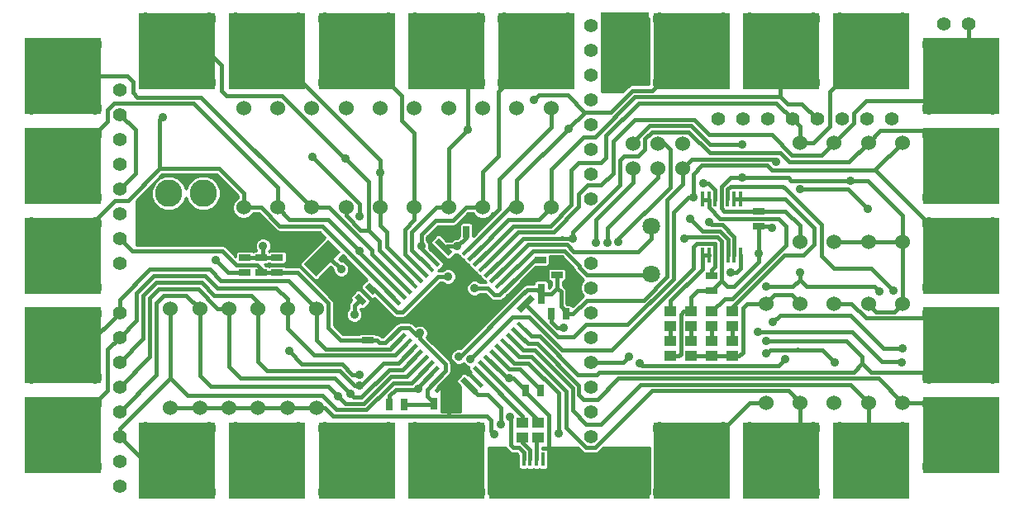
<source format=gtl>
G04 (created by PCBNEW (2013-feb-26)-stable) date sam. 27 avril 2013 23:09:49 CEST*
%MOIN*%
G04 Gerber Fmt 3.4, Leading zero omitted, Abs format*
%FSLAX34Y34*%
G01*
G70*
G90*
G04 APERTURE LIST*
%ADD10C,2.3622e-06*%
%ADD11R,0.015748X0.0531496*%
%ADD12R,0.0826772X0.0629921*%
%ADD13R,0.0314961X0.0787402*%
%ADD14R,0.0118X0.059074*%
%ADD15R,0.045X0.0393701*%
%ADD16C,0.0708661*%
%ADD17C,0.110236*%
%ADD18C,0.055*%
%ADD19C,0.06*%
%ADD20R,0.649606X0.0748031*%
%ADD21R,0.19685X0.0748031*%
%ADD22R,0.025X0.045*%
%ADD23R,0.045X0.025*%
%ADD24R,0.311024X0.311024*%
%ADD25C,0.035*%
%ADD26C,0.0157*%
%ADD27C,0.01*%
G04 APERTURE END LIST*
G54D10*
G54D11*
X43110Y-42746D03*
X43366Y-42746D03*
X43622Y-42746D03*
X43877Y-42746D03*
X44133Y-42746D03*
G54D12*
X44842Y-42795D03*
X42401Y-42795D03*
G54D13*
X43818Y-36062D03*
X45000Y-36062D03*
G54D14*
X51847Y-32238D03*
X51597Y-32238D03*
X51337Y-32238D03*
X51087Y-32238D03*
X50827Y-32238D03*
X50572Y-32238D03*
X50317Y-32238D03*
X50317Y-34516D03*
X50572Y-34516D03*
X50827Y-34516D03*
X51087Y-34516D03*
X51342Y-34516D03*
X51597Y-34516D03*
X51852Y-34516D03*
G54D15*
X49862Y-36786D03*
X49862Y-37386D03*
X50688Y-38587D03*
X50688Y-37987D03*
X50688Y-36786D03*
X50688Y-37386D03*
X51535Y-36786D03*
X51535Y-37386D03*
X51535Y-38587D03*
X51535Y-37987D03*
G54D10*
G36*
X39065Y-38412D02*
X38508Y-38969D01*
X38395Y-38856D01*
X38952Y-38299D01*
X39065Y-38412D01*
X39065Y-38412D01*
G37*
G36*
X39288Y-38635D02*
X38731Y-39192D01*
X38618Y-39079D01*
X39175Y-38522D01*
X39288Y-38635D01*
X39288Y-38635D01*
G37*
G36*
X39510Y-38858D02*
X38954Y-39415D01*
X38841Y-39302D01*
X39397Y-38745D01*
X39510Y-38858D01*
X39510Y-38858D01*
G37*
G36*
X39733Y-39081D02*
X39176Y-39637D01*
X39063Y-39524D01*
X39620Y-38968D01*
X39733Y-39081D01*
X39733Y-39081D01*
G37*
G36*
X39956Y-39303D02*
X39399Y-39860D01*
X39286Y-39747D01*
X39843Y-39190D01*
X39956Y-39303D01*
X39956Y-39303D01*
G37*
G36*
X40179Y-39526D02*
X39622Y-40083D01*
X39509Y-39970D01*
X40066Y-39413D01*
X40179Y-39526D01*
X40179Y-39526D01*
G37*
G36*
X38842Y-38190D02*
X38285Y-38747D01*
X38172Y-38633D01*
X38729Y-38077D01*
X38842Y-38190D01*
X38842Y-38190D01*
G37*
G36*
X38620Y-37967D02*
X38063Y-38524D01*
X37950Y-38411D01*
X38506Y-37854D01*
X38620Y-37967D01*
X38620Y-37967D01*
G37*
G36*
X38397Y-37744D02*
X37840Y-38301D01*
X37727Y-38188D01*
X38284Y-37631D01*
X38397Y-37744D01*
X38397Y-37744D01*
G37*
G36*
X38174Y-37522D02*
X37617Y-38078D01*
X37504Y-37965D01*
X38061Y-37408D01*
X38174Y-37522D01*
X38174Y-37522D01*
G37*
G36*
X37951Y-37299D02*
X37395Y-37856D01*
X37225Y-37686D01*
X37782Y-37129D01*
X37951Y-37299D01*
X37951Y-37299D01*
G37*
G36*
X42379Y-35098D02*
X41823Y-35655D01*
X41710Y-35542D01*
X42266Y-34985D01*
X42379Y-35098D01*
X42379Y-35098D01*
G37*
G36*
X42602Y-35321D02*
X42045Y-35878D01*
X41932Y-35764D01*
X42489Y-35208D01*
X42602Y-35321D01*
X42602Y-35321D01*
G37*
G36*
X42825Y-35543D02*
X42268Y-36100D01*
X42155Y-35987D01*
X42712Y-35430D01*
X42825Y-35543D01*
X42825Y-35543D01*
G37*
G36*
X43048Y-35766D02*
X42491Y-36323D01*
X42378Y-36210D01*
X42935Y-35653D01*
X43048Y-35766D01*
X43048Y-35766D01*
G37*
G36*
X43270Y-35989D02*
X42714Y-36546D01*
X42601Y-36433D01*
X43157Y-35876D01*
X43270Y-35989D01*
X43270Y-35989D01*
G37*
G36*
X42157Y-34875D02*
X41600Y-35432D01*
X41487Y-35319D01*
X42044Y-34762D01*
X42157Y-34875D01*
X42157Y-34875D01*
G37*
G36*
X41934Y-34653D02*
X41377Y-35209D01*
X41264Y-35096D01*
X41821Y-34539D01*
X41934Y-34653D01*
X41934Y-34653D01*
G37*
G36*
X41711Y-34430D02*
X41155Y-34987D01*
X41041Y-34873D01*
X41598Y-34317D01*
X41711Y-34430D01*
X41711Y-34430D01*
G37*
G36*
X41489Y-34207D02*
X40932Y-34764D01*
X40819Y-34651D01*
X41375Y-34094D01*
X41489Y-34207D01*
X41489Y-34207D01*
G37*
G36*
X41266Y-33984D02*
X40709Y-34541D01*
X40596Y-34428D01*
X41153Y-33871D01*
X41266Y-33984D01*
X41266Y-33984D01*
G37*
G36*
X42379Y-38856D02*
X42266Y-38969D01*
X41710Y-38412D01*
X41823Y-38299D01*
X42379Y-38856D01*
X42379Y-38856D01*
G37*
G36*
X39065Y-35542D02*
X38952Y-35655D01*
X38395Y-35098D01*
X38508Y-34985D01*
X39065Y-35542D01*
X39065Y-35542D01*
G37*
G36*
X42602Y-38633D02*
X42489Y-38747D01*
X41932Y-38190D01*
X42045Y-38077D01*
X42602Y-38633D01*
X42602Y-38633D01*
G37*
G36*
X39288Y-35319D02*
X39175Y-35432D01*
X38618Y-34875D01*
X38731Y-34762D01*
X39288Y-35319D01*
X39288Y-35319D01*
G37*
G36*
X39510Y-35096D02*
X39397Y-35209D01*
X38841Y-34653D01*
X38954Y-34539D01*
X39510Y-35096D01*
X39510Y-35096D01*
G37*
G36*
X42825Y-38411D02*
X42712Y-38524D01*
X42155Y-37967D01*
X42268Y-37854D01*
X42825Y-38411D01*
X42825Y-38411D01*
G37*
G36*
X43048Y-38188D02*
X42935Y-38301D01*
X42378Y-37744D01*
X42491Y-37631D01*
X43048Y-38188D01*
X43048Y-38188D01*
G37*
G36*
X39733Y-34873D02*
X39620Y-34987D01*
X39063Y-34430D01*
X39176Y-34317D01*
X39733Y-34873D01*
X39733Y-34873D01*
G37*
G36*
X39956Y-34651D02*
X39843Y-34764D01*
X39286Y-34207D01*
X39399Y-34094D01*
X39956Y-34651D01*
X39956Y-34651D01*
G37*
G36*
X43270Y-37965D02*
X43157Y-38078D01*
X42601Y-37522D01*
X42714Y-37408D01*
X43270Y-37965D01*
X43270Y-37965D01*
G37*
G36*
X43493Y-37742D02*
X43380Y-37856D01*
X42823Y-37299D01*
X42936Y-37186D01*
X43493Y-37742D01*
X43493Y-37742D01*
G37*
G36*
X40235Y-34371D02*
X40066Y-34541D01*
X39509Y-33984D01*
X39678Y-33815D01*
X40235Y-34371D01*
X40235Y-34371D01*
G37*
G36*
X38842Y-35764D02*
X38729Y-35878D01*
X38172Y-35321D01*
X38285Y-35208D01*
X38842Y-35764D01*
X38842Y-35764D01*
G37*
G36*
X42157Y-39079D02*
X42044Y-39192D01*
X41487Y-38635D01*
X41600Y-38522D01*
X42157Y-39079D01*
X42157Y-39079D01*
G37*
G36*
X41934Y-39302D02*
X41821Y-39415D01*
X41264Y-38858D01*
X41377Y-38745D01*
X41934Y-39302D01*
X41934Y-39302D01*
G37*
G36*
X38620Y-35987D02*
X38506Y-36100D01*
X37950Y-35543D01*
X38063Y-35430D01*
X38620Y-35987D01*
X38620Y-35987D01*
G37*
G36*
X38397Y-36210D02*
X38284Y-36323D01*
X37727Y-35766D01*
X37840Y-35653D01*
X38397Y-36210D01*
X38397Y-36210D01*
G37*
G36*
X41711Y-39524D02*
X41598Y-39637D01*
X41041Y-39081D01*
X41155Y-38968D01*
X41711Y-39524D01*
X41711Y-39524D01*
G37*
G36*
X41489Y-39747D02*
X41375Y-39860D01*
X40819Y-39303D01*
X40932Y-39190D01*
X41489Y-39747D01*
X41489Y-39747D01*
G37*
G36*
X38174Y-36433D02*
X38061Y-36546D01*
X37504Y-35989D01*
X37617Y-35876D01*
X38174Y-36433D01*
X38174Y-36433D01*
G37*
G36*
X37951Y-36655D02*
X37838Y-36768D01*
X37281Y-36212D01*
X37395Y-36099D01*
X37951Y-36655D01*
X37951Y-36655D01*
G37*
G36*
X41266Y-39970D02*
X41096Y-40140D01*
X40539Y-39583D01*
X40709Y-39413D01*
X41266Y-39970D01*
X41266Y-39970D01*
G37*
G36*
X43550Y-36268D02*
X42993Y-36825D01*
X42823Y-36655D01*
X43380Y-36099D01*
X43550Y-36268D01*
X43550Y-36268D01*
G37*
G54D15*
X43700Y-41874D03*
X43700Y-41274D03*
X43070Y-41874D03*
X43070Y-41274D03*
G54D16*
X48248Y-33350D03*
X48248Y-35271D03*
G54D17*
X30177Y-32007D03*
X28799Y-32007D03*
G54D18*
X61051Y-25177D03*
X60051Y-25177D03*
G54D19*
X34763Y-40661D03*
X34763Y-36661D03*
X33582Y-40661D03*
X33582Y-36661D03*
X32401Y-40661D03*
X32401Y-36661D03*
X31220Y-40661D03*
X31220Y-36661D03*
X30039Y-40661D03*
X30039Y-36661D03*
X28858Y-40661D03*
X28858Y-36661D03*
G54D20*
X44940Y-43976D03*
G54D18*
X47362Y-43188D03*
G54D21*
X47196Y-25078D03*
G54D18*
X47362Y-26653D03*
G54D10*
G36*
X34239Y-34874D02*
X35228Y-33884D01*
X35723Y-34379D01*
X34733Y-35369D01*
X34239Y-34874D01*
X34239Y-34874D01*
G37*
G36*
X35299Y-35935D02*
X36289Y-34945D01*
X36784Y-35440D01*
X35794Y-36430D01*
X35299Y-35935D01*
X35299Y-35935D01*
G37*
G54D18*
X45810Y-41827D03*
X45810Y-40827D03*
X45810Y-39827D03*
X45810Y-38827D03*
X45810Y-37827D03*
X45810Y-36827D03*
X45810Y-35827D03*
X45810Y-34827D03*
X45810Y-32227D03*
X45810Y-31227D03*
X45810Y-30227D03*
X45810Y-29227D03*
X45810Y-28227D03*
X45810Y-27227D03*
X45810Y-26227D03*
X45810Y-25227D03*
X26810Y-34827D03*
X26810Y-33827D03*
X26810Y-32827D03*
X26810Y-31827D03*
X26810Y-30827D03*
X26810Y-29827D03*
X26810Y-28827D03*
X26810Y-27827D03*
X26810Y-43827D03*
X26810Y-42827D03*
X26810Y-41827D03*
X26810Y-40827D03*
X26810Y-39827D03*
X26810Y-38827D03*
X26810Y-37827D03*
X26810Y-36827D03*
G54D19*
X47517Y-31007D03*
X47517Y-30007D03*
X48517Y-31007D03*
X48517Y-30007D03*
X49517Y-31007D03*
X49517Y-30007D03*
X37322Y-28590D03*
X37322Y-32590D03*
X52874Y-36464D03*
X52874Y-40464D03*
X54251Y-36464D03*
X54251Y-40464D03*
X57007Y-36464D03*
X57007Y-40464D03*
X58385Y-36464D03*
X58385Y-40464D03*
X55629Y-40464D03*
X55629Y-36464D03*
X58385Y-33968D03*
X58385Y-29968D03*
X57007Y-33968D03*
X57007Y-29968D03*
X55629Y-33968D03*
X55629Y-29968D03*
X54251Y-33968D03*
X54251Y-29968D03*
X44212Y-28590D03*
X44212Y-32590D03*
X41456Y-28590D03*
X41456Y-32590D03*
X40078Y-28590D03*
X40078Y-32590D03*
X38700Y-28590D03*
X38700Y-32590D03*
X31811Y-28590D03*
X31811Y-32590D03*
X33188Y-28590D03*
X33188Y-32590D03*
X34566Y-28590D03*
X34566Y-32590D03*
X42834Y-28590D03*
X42834Y-32590D03*
X35944Y-28590D03*
X35944Y-32590D03*
G54D22*
X44827Y-36889D03*
X44227Y-36889D03*
X37687Y-40527D03*
X38287Y-40527D03*
G54D23*
X52587Y-32727D03*
X52587Y-33327D03*
X43779Y-35300D03*
X43779Y-34700D03*
G54D22*
X40103Y-40511D03*
X39503Y-40511D03*
G54D23*
X36811Y-37337D03*
X36811Y-37937D03*
G54D22*
X40192Y-33562D03*
X40792Y-33562D03*
X43787Y-39977D03*
X43187Y-39977D03*
G54D15*
X49862Y-38587D03*
X49862Y-37987D03*
X49035Y-37386D03*
X49035Y-36786D03*
G54D23*
X50688Y-35349D03*
X50688Y-35949D03*
X31870Y-35201D03*
X31870Y-34601D03*
X44448Y-35300D03*
X44448Y-34700D03*
X32519Y-34601D03*
X32519Y-35201D03*
G54D15*
X49035Y-37987D03*
X49035Y-38587D03*
G54D23*
X33169Y-34601D03*
X33169Y-35201D03*
G54D10*
G36*
X36590Y-36542D02*
X36272Y-36224D01*
X36449Y-36047D01*
X36767Y-36365D01*
X36590Y-36542D01*
X36590Y-36542D01*
G37*
G36*
X37015Y-36118D02*
X36696Y-35799D01*
X36873Y-35623D01*
X37191Y-35941D01*
X37015Y-36118D01*
X37015Y-36118D01*
G37*
G54D18*
X57948Y-29015D03*
X56948Y-29015D03*
X55948Y-29015D03*
X54948Y-29015D03*
X53948Y-29015D03*
X52948Y-29015D03*
X51948Y-29015D03*
X50948Y-29015D03*
G54D24*
X43610Y-26259D03*
G54D18*
X42330Y-24980D03*
X44889Y-24980D03*
X42330Y-27539D03*
X44889Y-27539D03*
G54D24*
X39999Y-26259D03*
G54D18*
X38720Y-24980D03*
X41279Y-24980D03*
X38720Y-27539D03*
X41279Y-27539D03*
G54D24*
X39999Y-42795D03*
G54D18*
X41279Y-44075D03*
X38720Y-44075D03*
X41279Y-41516D03*
X38720Y-41516D03*
G54D24*
X36377Y-42795D03*
G54D18*
X37657Y-44075D03*
X35098Y-44075D03*
X37657Y-41516D03*
X35098Y-41516D03*
G54D24*
X29133Y-42795D03*
G54D18*
X30413Y-44075D03*
X27854Y-44075D03*
X30413Y-41516D03*
X27854Y-41516D03*
G54D24*
X24527Y-41771D03*
G54D18*
X23248Y-43051D03*
X23248Y-40492D03*
X25807Y-43051D03*
X25807Y-40492D03*
G54D24*
X24527Y-38149D03*
G54D18*
X23248Y-39429D03*
X23248Y-36870D03*
X25807Y-39429D03*
X25807Y-36870D03*
G54D24*
X24527Y-34527D03*
G54D18*
X23248Y-35807D03*
X23248Y-33248D03*
X25807Y-35807D03*
X25807Y-33248D03*
G54D24*
X24527Y-30905D03*
G54D18*
X23248Y-32185D03*
X23248Y-29626D03*
X25807Y-32185D03*
X25807Y-29626D03*
G54D24*
X36377Y-26259D03*
G54D18*
X35098Y-24980D03*
X37657Y-24980D03*
X35098Y-27539D03*
X37657Y-27539D03*
G54D24*
X49881Y-26259D03*
G54D18*
X48602Y-24980D03*
X51161Y-24980D03*
X48602Y-27539D03*
X51161Y-27539D03*
G54D24*
X53503Y-26259D03*
G54D18*
X52224Y-24980D03*
X54783Y-24980D03*
X52224Y-27539D03*
X54783Y-27539D03*
G54D24*
X57125Y-26259D03*
G54D18*
X55846Y-24980D03*
X58405Y-24980D03*
X55846Y-27539D03*
X58405Y-27539D03*
G54D24*
X60747Y-27283D03*
G54D18*
X62027Y-26004D03*
X62027Y-28563D03*
X59468Y-26004D03*
X59468Y-28563D03*
G54D24*
X60747Y-30905D03*
G54D18*
X62027Y-29626D03*
X62027Y-32185D03*
X59468Y-29626D03*
X59468Y-32185D03*
G54D24*
X60747Y-34527D03*
G54D18*
X62027Y-33248D03*
X62027Y-35807D03*
X59468Y-33248D03*
X59468Y-35807D03*
G54D24*
X60747Y-38149D03*
G54D18*
X62027Y-36870D03*
X62027Y-39429D03*
X59468Y-36870D03*
X59468Y-39429D03*
G54D24*
X60747Y-41771D03*
G54D18*
X62027Y-40492D03*
X62027Y-43051D03*
X59468Y-40492D03*
X59468Y-43051D03*
G54D24*
X57125Y-42795D03*
G54D18*
X58405Y-44075D03*
X55846Y-44075D03*
X58405Y-41516D03*
X55846Y-41516D03*
G54D24*
X53503Y-42795D03*
G54D18*
X54783Y-44075D03*
X52224Y-44075D03*
X54783Y-41516D03*
X52224Y-41516D03*
G54D24*
X49881Y-42795D03*
G54D18*
X51161Y-44075D03*
X48602Y-44075D03*
X51161Y-41516D03*
X48602Y-41516D03*
G54D24*
X32755Y-42795D03*
G54D18*
X34035Y-44075D03*
X31476Y-44075D03*
X34035Y-41516D03*
X31476Y-41516D03*
G54D24*
X32755Y-26259D03*
G54D18*
X31476Y-24980D03*
X34035Y-24980D03*
X31476Y-27539D03*
X34035Y-27539D03*
G54D24*
X29133Y-26259D03*
G54D18*
X27854Y-24980D03*
X30413Y-24980D03*
X27854Y-27539D03*
X30413Y-27539D03*
G54D24*
X24527Y-27283D03*
G54D18*
X23248Y-28563D03*
X23248Y-26004D03*
X25807Y-28563D03*
X25807Y-26004D03*
G54D25*
X35826Y-37106D03*
X51937Y-31377D03*
X56299Y-31496D03*
X51937Y-30027D03*
X41929Y-41732D03*
X30688Y-34704D03*
X35748Y-35078D03*
X36476Y-39783D03*
X36122Y-40118D03*
X35610Y-40196D03*
X38858Y-39921D03*
X49940Y-32165D03*
X40857Y-29427D03*
X28543Y-28937D03*
X47342Y-38622D03*
X45098Y-33838D03*
X38976Y-34153D03*
X36497Y-34347D03*
X52893Y-38484D03*
X55669Y-38838D03*
X42204Y-41338D03*
X37322Y-31161D03*
X35925Y-30610D03*
X58011Y-35925D03*
X58366Y-38838D03*
X52559Y-37598D03*
X46476Y-33996D03*
X53169Y-37224D03*
X46929Y-33976D03*
X58385Y-38287D03*
X46023Y-33996D03*
X52874Y-37972D03*
X50354Y-31594D03*
X44921Y-29409D03*
X43537Y-28227D03*
X47795Y-38877D03*
X40059Y-35374D03*
X53661Y-38700D03*
X40964Y-38700D03*
X40492Y-38602D03*
X53287Y-30728D03*
X33641Y-38385D03*
X36476Y-39330D03*
X44507Y-41692D03*
X42559Y-41043D03*
X50575Y-33164D03*
X41122Y-35846D03*
X36279Y-36909D03*
X38917Y-37657D03*
X56988Y-32657D03*
X54271Y-31850D03*
X54251Y-35196D03*
X57440Y-35984D03*
X52874Y-35787D03*
X52598Y-34429D03*
X36496Y-32933D03*
X34586Y-30531D03*
X53129Y-33405D03*
X49586Y-33858D03*
X44724Y-37440D03*
X40433Y-34153D03*
X42508Y-39477D03*
X32598Y-34133D03*
X49822Y-33031D03*
X51456Y-35196D03*
G54D26*
X40210Y-39153D02*
X40210Y-38813D01*
X39744Y-38347D02*
X39744Y-37755D01*
X40210Y-38813D02*
X39744Y-38347D01*
X40210Y-39382D02*
X39844Y-39748D01*
X40210Y-39153D02*
X40210Y-39382D01*
X35826Y-37106D02*
X35826Y-35903D01*
X35826Y-35903D02*
X36042Y-35687D01*
X36811Y-37337D02*
X36058Y-37337D01*
X36058Y-37337D02*
X35826Y-37106D01*
X39177Y-37188D02*
X39177Y-37066D01*
X39744Y-37755D02*
X39177Y-37188D01*
X51087Y-32238D02*
X51087Y-31748D01*
X53897Y-31496D02*
X53779Y-31377D01*
X51458Y-31377D02*
X51937Y-31377D01*
X51087Y-31748D02*
X51458Y-31377D01*
X51929Y-31377D02*
X53779Y-31377D01*
X51937Y-31377D02*
X51929Y-31377D01*
X56299Y-31496D02*
X53897Y-31496D01*
X54251Y-36464D02*
X54251Y-36437D01*
X53236Y-36102D02*
X52874Y-36464D01*
X53917Y-36102D02*
X53236Y-36102D01*
X54251Y-36437D02*
X53917Y-36102D01*
X52874Y-36464D02*
X52137Y-36464D01*
X51786Y-38587D02*
X51948Y-38425D01*
X51948Y-37047D02*
X51948Y-38425D01*
X51535Y-38587D02*
X51786Y-38587D01*
X52137Y-36464D02*
X51948Y-36653D01*
X51948Y-36653D02*
X51948Y-37047D01*
X58385Y-33968D02*
X58385Y-32893D01*
X56988Y-31496D02*
X56299Y-31496D01*
X58385Y-32893D02*
X56988Y-31496D01*
X41259Y-41007D02*
X41637Y-41007D01*
X40098Y-41007D02*
X41259Y-41007D01*
X27440Y-30433D02*
X27440Y-29457D01*
X27440Y-29457D02*
X26810Y-28827D01*
X27440Y-31197D02*
X26810Y-31827D01*
X27440Y-30433D02*
X27440Y-31197D01*
X57007Y-33968D02*
X58385Y-33968D01*
X43779Y-35300D02*
X43401Y-35300D01*
X43401Y-35300D02*
X42713Y-35988D01*
X44448Y-34700D02*
X44660Y-34700D01*
X45000Y-35039D02*
X45000Y-36062D01*
X44660Y-34700D02*
X45000Y-35039D01*
X44448Y-34700D02*
X44379Y-34700D01*
X44379Y-34700D02*
X43779Y-35300D01*
X41088Y-36496D02*
X42205Y-36496D01*
X42205Y-36496D02*
X42713Y-35988D01*
X41088Y-36496D02*
X40417Y-35826D01*
X52587Y-32727D02*
X51192Y-32727D01*
X51087Y-32623D02*
X51087Y-32238D01*
X51192Y-32727D02*
X51087Y-32623D01*
X50688Y-38587D02*
X51535Y-38587D01*
X49862Y-38587D02*
X50688Y-38587D01*
X40417Y-35826D02*
X40417Y-35225D01*
X40417Y-35225D02*
X39621Y-34429D01*
X40192Y-33562D02*
X39488Y-33562D01*
X39330Y-34138D02*
X39621Y-34429D01*
X39330Y-33720D02*
X39330Y-34138D01*
X39488Y-33562D02*
X39330Y-33720D01*
X39177Y-37066D02*
X38014Y-37066D01*
X38014Y-37066D02*
X37588Y-37492D01*
X36811Y-37337D02*
X37433Y-37337D01*
X37433Y-37337D02*
X37588Y-37492D01*
X40393Y-39199D02*
X40827Y-39199D01*
X40827Y-39199D02*
X41087Y-39459D01*
X40393Y-39199D02*
X39910Y-39682D01*
X40103Y-40511D02*
X40103Y-39874D01*
X40103Y-39874D02*
X39910Y-39682D01*
X40103Y-40511D02*
X40103Y-41002D01*
X40103Y-41002D02*
X40098Y-41007D01*
X35437Y-41007D02*
X40098Y-41007D01*
X35091Y-40661D02*
X35437Y-41007D01*
X34763Y-40661D02*
X35091Y-40661D01*
X40192Y-33562D02*
X40196Y-33562D01*
X42112Y-32631D02*
X42112Y-31432D01*
X41633Y-33110D02*
X42112Y-32631D01*
X40649Y-33110D02*
X41633Y-33110D01*
X40196Y-33562D02*
X40649Y-33110D01*
X42112Y-31432D02*
X44212Y-29332D01*
X44212Y-29332D02*
X44212Y-28590D01*
X58055Y-36795D02*
X57338Y-36795D01*
X58055Y-36795D02*
X58385Y-36464D01*
X57338Y-36795D02*
X57007Y-36464D01*
X40417Y-35826D02*
X39177Y-37066D01*
X47517Y-30007D02*
X47517Y-29944D01*
X50634Y-30051D02*
X50634Y-30027D01*
X49861Y-29278D02*
X50634Y-30051D01*
X48184Y-29278D02*
X49861Y-29278D01*
X47517Y-29944D02*
X48184Y-29278D01*
X54251Y-33968D02*
X54251Y-33321D01*
X53657Y-32727D02*
X52587Y-32727D01*
X54251Y-33321D02*
X53657Y-32727D01*
X55629Y-33968D02*
X57007Y-33968D01*
X58387Y-36462D02*
X58387Y-33970D01*
X58387Y-36462D02*
X58385Y-36464D01*
X58387Y-33970D02*
X58385Y-33968D01*
X34763Y-40661D02*
X33582Y-40661D01*
X33582Y-40661D02*
X32401Y-40661D01*
X32401Y-40661D02*
X31220Y-40661D01*
X28858Y-40661D02*
X30039Y-40661D01*
X30039Y-40661D02*
X31220Y-40661D01*
X50634Y-30027D02*
X51937Y-30027D01*
X41791Y-41161D02*
X41791Y-41594D01*
X41791Y-41594D02*
X41929Y-41732D01*
X41791Y-41161D02*
X41637Y-41007D01*
X31870Y-35201D02*
X31185Y-35201D01*
X31185Y-35201D02*
X30688Y-34704D01*
X34981Y-34627D02*
X35296Y-34627D01*
X35296Y-34627D02*
X35748Y-35078D01*
X36240Y-38298D02*
X35109Y-38298D01*
X34763Y-37952D02*
X34763Y-36661D01*
X35109Y-38298D02*
X34763Y-37952D01*
X36496Y-38298D02*
X36240Y-38298D01*
X37480Y-38298D02*
X36496Y-38298D01*
X32677Y-35527D02*
X33629Y-35527D01*
X26810Y-36304D02*
X26810Y-36827D01*
X30447Y-35087D02*
X30887Y-35527D01*
X28027Y-35087D02*
X26810Y-36304D01*
X30447Y-35087D02*
X28027Y-35087D01*
X32677Y-35527D02*
X30887Y-35527D01*
X33629Y-35527D02*
X34763Y-36661D01*
X37730Y-38298D02*
X38128Y-37900D01*
X37480Y-38298D02*
X37730Y-38298D01*
X25488Y-38149D02*
X26810Y-36827D01*
X24527Y-38149D02*
X25488Y-38149D01*
X36122Y-38547D02*
X34669Y-38547D01*
X33582Y-37460D02*
X33582Y-36661D01*
X34669Y-38547D02*
X33582Y-37460D01*
X36751Y-38547D02*
X36122Y-38547D01*
X37926Y-38547D02*
X38351Y-38123D01*
X36751Y-38547D02*
X37926Y-38547D01*
X33582Y-36661D02*
X33582Y-36272D01*
X33137Y-35827D02*
X30747Y-35827D01*
X33582Y-36272D02*
X33137Y-35827D01*
X27487Y-36041D02*
X27487Y-37150D01*
X27487Y-37150D02*
X26810Y-37827D01*
X30267Y-35347D02*
X30747Y-35827D01*
X28181Y-35347D02*
X30267Y-35347D01*
X28181Y-35347D02*
X27487Y-36041D01*
X26337Y-39977D02*
X26337Y-38300D01*
X26337Y-38300D02*
X26810Y-37827D01*
X24543Y-41771D02*
X26337Y-39977D01*
X24527Y-41771D02*
X24543Y-41771D01*
X36476Y-39783D02*
X36300Y-39783D01*
X35690Y-39173D02*
X32755Y-39173D01*
X36300Y-39783D02*
X35690Y-39173D01*
X38042Y-38877D02*
X37461Y-38877D01*
X36555Y-39783D02*
X36476Y-39783D01*
X37461Y-38877D02*
X36555Y-39783D01*
X38042Y-38877D02*
X38574Y-38345D01*
X32401Y-36661D02*
X32401Y-38451D01*
X32401Y-38818D02*
X32401Y-38451D01*
X32755Y-39173D02*
X32401Y-38818D01*
X32401Y-36661D02*
X32401Y-36411D01*
X32117Y-36127D02*
X30637Y-36127D01*
X32401Y-36411D02*
X32117Y-36127D01*
X27767Y-36129D02*
X27767Y-37870D01*
X30117Y-35607D02*
X30637Y-36127D01*
X27767Y-37870D02*
X26810Y-38827D01*
X30117Y-35607D02*
X28289Y-35607D01*
X28289Y-35607D02*
X27767Y-36129D01*
X38730Y-38634D02*
X38727Y-38634D01*
X36252Y-40248D02*
X36122Y-40118D01*
X36564Y-40248D02*
X36252Y-40248D01*
X37680Y-39133D02*
X36564Y-40248D01*
X38228Y-39133D02*
X37680Y-39133D01*
X38727Y-38634D02*
X38228Y-39133D01*
X35472Y-39468D02*
X35137Y-39468D01*
X36122Y-40118D02*
X35472Y-39468D01*
X31220Y-39015D02*
X31220Y-38630D01*
X31220Y-36661D02*
X31220Y-38630D01*
X35137Y-39468D02*
X31673Y-39468D01*
X31673Y-39468D02*
X31220Y-39015D01*
X31220Y-36661D02*
X30771Y-36661D01*
X30771Y-36661D02*
X29977Y-35867D01*
X26810Y-39827D02*
X26987Y-39827D01*
X28027Y-38610D02*
X28027Y-36237D01*
X28027Y-38610D02*
X26810Y-39827D01*
X28397Y-35867D02*
X29977Y-35867D01*
X28027Y-36237D02*
X28397Y-35867D01*
X35000Y-39822D02*
X35236Y-39822D01*
X35236Y-39822D02*
X35610Y-40196D01*
X35236Y-39822D02*
X35610Y-40196D01*
X36496Y-40498D02*
X35911Y-40498D01*
X35911Y-40498D02*
X35610Y-40196D01*
X38393Y-39417D02*
X37749Y-39417D01*
X37749Y-39417D02*
X37588Y-39578D01*
X34488Y-39822D02*
X35000Y-39822D01*
X36496Y-40498D02*
X36668Y-40498D01*
X36668Y-40498D02*
X37588Y-39578D01*
X30039Y-38503D02*
X30039Y-39389D01*
X30472Y-39822D02*
X34488Y-39822D01*
X30039Y-39389D02*
X30472Y-39822D01*
X38393Y-39417D02*
X38953Y-38857D01*
X30039Y-36661D02*
X30039Y-38503D01*
X28587Y-36127D02*
X29505Y-36127D01*
X29505Y-36127D02*
X30039Y-36661D01*
X28287Y-36427D02*
X28287Y-39350D01*
X28587Y-36127D02*
X28287Y-36427D01*
X28287Y-39350D02*
X26810Y-40827D01*
X38576Y-39679D02*
X37840Y-39679D01*
X37840Y-39679D02*
X37691Y-39828D01*
X31791Y-40177D02*
X34980Y-40177D01*
X31791Y-40177D02*
X29568Y-40177D01*
X29568Y-40177D02*
X28858Y-39467D01*
X34980Y-40177D02*
X35551Y-40748D01*
X35551Y-40748D02*
X36771Y-40748D01*
X36771Y-40748D02*
X37691Y-39828D01*
X38576Y-39679D02*
X39176Y-39080D01*
X26810Y-41827D02*
X26810Y-41514D01*
X26810Y-41514D02*
X28858Y-39467D01*
X28858Y-39467D02*
X28858Y-36661D01*
X29133Y-42795D02*
X27778Y-42795D01*
X27778Y-42795D02*
X26810Y-41827D01*
X38858Y-39921D02*
X38858Y-39843D01*
X38858Y-39843D02*
X39398Y-39303D01*
X38850Y-39928D02*
X37945Y-39928D01*
X37687Y-40186D02*
X37945Y-39928D01*
X37687Y-40527D02*
X37687Y-40186D01*
X38858Y-39921D02*
X38850Y-39928D01*
X55466Y-29251D02*
X55466Y-27918D01*
X55466Y-27918D02*
X57125Y-26259D01*
X55466Y-29251D02*
X55466Y-29297D01*
X54795Y-29968D02*
X54251Y-29968D01*
X55466Y-29297D02*
X54795Y-29968D01*
X52637Y-28366D02*
X53299Y-28366D01*
X53299Y-28366D02*
X53948Y-29015D01*
X54251Y-29968D02*
X54251Y-29318D01*
X54251Y-29318D02*
X53948Y-29015D01*
X52637Y-28366D02*
X47739Y-28366D01*
X47739Y-28366D02*
X46417Y-29687D01*
X44177Y-33327D02*
X42701Y-33327D01*
X42701Y-33327D02*
X41310Y-34718D01*
X44177Y-33327D02*
X45037Y-32467D01*
X46417Y-29687D02*
X46417Y-30587D01*
X45037Y-31077D02*
X45037Y-32467D01*
X45337Y-30777D02*
X45037Y-31077D01*
X46417Y-30587D02*
X46227Y-30777D01*
X46227Y-30777D02*
X45337Y-30777D01*
X53759Y-28405D02*
X54338Y-28405D01*
X54338Y-28405D02*
X54948Y-29015D01*
X53464Y-28116D02*
X53464Y-26298D01*
X53464Y-26298D02*
X53503Y-26259D01*
X53470Y-28116D02*
X53464Y-28116D01*
X53464Y-28116D02*
X47588Y-28116D01*
X53759Y-28405D02*
X53470Y-28116D01*
X47588Y-28116D02*
X45977Y-29727D01*
X44212Y-32590D02*
X44212Y-31032D01*
X45517Y-29727D02*
X45977Y-29727D01*
X44212Y-31032D02*
X45517Y-29727D01*
X43308Y-33077D02*
X43725Y-33077D01*
X43725Y-33077D02*
X44212Y-32590D01*
X42505Y-33077D02*
X43308Y-33077D01*
X42505Y-33077D02*
X41087Y-34495D01*
X28858Y-28127D02*
X30103Y-28127D01*
X30103Y-28127D02*
X34566Y-32590D01*
X34566Y-32590D02*
X35260Y-32590D01*
X36987Y-34467D02*
X38351Y-35831D01*
X36987Y-34467D02*
X36987Y-34317D01*
X35260Y-32590D02*
X36987Y-34317D01*
X27537Y-28127D02*
X27342Y-27933D01*
X27342Y-27933D02*
X27342Y-27519D01*
X27342Y-27519D02*
X27106Y-27283D01*
X27106Y-27283D02*
X24527Y-27283D01*
X27537Y-28127D02*
X28858Y-28127D01*
X49940Y-32165D02*
X49940Y-31240D01*
X50304Y-30876D02*
X50363Y-30876D01*
X49940Y-31240D02*
X50304Y-30876D01*
X55039Y-31082D02*
X56614Y-31082D01*
X52923Y-30876D02*
X53129Y-31082D01*
X50363Y-30876D02*
X52923Y-30876D01*
X55039Y-31082D02*
X53129Y-31082D01*
X56614Y-31082D02*
X57302Y-31082D01*
X49940Y-32165D02*
X49763Y-32165D01*
X49763Y-32165D02*
X49151Y-32777D01*
X57302Y-31082D02*
X57302Y-31051D01*
X57302Y-31051D02*
X58385Y-29968D01*
X57302Y-31082D02*
X60747Y-34527D01*
X49151Y-35475D02*
X49151Y-32777D01*
X44488Y-37814D02*
X45118Y-37814D01*
X43173Y-36500D02*
X43092Y-36500D01*
X44488Y-37814D02*
X43173Y-36500D01*
X46889Y-37322D02*
X47304Y-37322D01*
X49151Y-35475D02*
X47304Y-37322D01*
X45118Y-37814D02*
X45610Y-37322D01*
X45610Y-37322D02*
X46889Y-37322D01*
X40078Y-32590D02*
X39594Y-32590D01*
X39594Y-32590D02*
X38597Y-33587D01*
X40857Y-29427D02*
X40857Y-27117D01*
X40857Y-27117D02*
X39999Y-26259D01*
X40857Y-29427D02*
X40078Y-30206D01*
X40078Y-32590D02*
X40078Y-30206D01*
X38597Y-33587D02*
X38597Y-34296D01*
X38597Y-34296D02*
X39242Y-34941D01*
X28425Y-29055D02*
X28425Y-29370D01*
X28543Y-28937D02*
X28425Y-29055D01*
X28425Y-31023D02*
X28425Y-29370D01*
X26692Y-32302D02*
X27146Y-32302D01*
X31811Y-32007D02*
X31811Y-32590D01*
X30826Y-31023D02*
X31811Y-32007D01*
X28425Y-31023D02*
X30826Y-31023D01*
X27146Y-32302D02*
X28425Y-31023D01*
X33818Y-33346D02*
X33267Y-33346D01*
X33818Y-33346D02*
X34974Y-33346D01*
X34974Y-33346D02*
X37839Y-36211D01*
X33267Y-33346D02*
X32511Y-32590D01*
X32511Y-32590D02*
X31811Y-32590D01*
X26613Y-32302D02*
X24527Y-34387D01*
X26613Y-32302D02*
X26692Y-32302D01*
X24527Y-34387D02*
X24527Y-34527D01*
X55122Y-30476D02*
X53935Y-30476D01*
X53935Y-30476D02*
X53111Y-29652D01*
X61051Y-25177D02*
X61051Y-26980D01*
X61051Y-26980D02*
X60747Y-27283D01*
X46227Y-31677D02*
X45687Y-31677D01*
X46707Y-31197D02*
X46227Y-31677D01*
X46707Y-29917D02*
X46707Y-31197D01*
X44308Y-33577D02*
X42897Y-33577D01*
X42897Y-33577D02*
X41533Y-34941D01*
X44308Y-33577D02*
X45337Y-32547D01*
X50597Y-29652D02*
X49973Y-29028D01*
X49973Y-29028D02*
X47596Y-29028D01*
X47596Y-29028D02*
X46707Y-29917D01*
X53111Y-29652D02*
X50597Y-29652D01*
X45337Y-32547D02*
X45337Y-32027D01*
X45337Y-32027D02*
X45687Y-31677D01*
X55122Y-30476D02*
X55629Y-29968D01*
X56437Y-28777D02*
X56437Y-29160D01*
X56437Y-29160D02*
X55629Y-29968D01*
X59753Y-28277D02*
X60747Y-27283D01*
X56937Y-28277D02*
X59753Y-28277D01*
X56437Y-28777D02*
X56937Y-28277D01*
X47137Y-38827D02*
X45810Y-38827D01*
X47342Y-38622D02*
X47137Y-38827D01*
X53809Y-30738D02*
X56238Y-30738D01*
X56238Y-30738D02*
X57007Y-29968D01*
X53448Y-30377D02*
X53809Y-30738D01*
X45098Y-33838D02*
X45098Y-33586D01*
X44665Y-33818D02*
X44665Y-33826D01*
X43093Y-33826D02*
X41756Y-35163D01*
X44665Y-33826D02*
X43093Y-33826D01*
X45098Y-33838D02*
X45086Y-33826D01*
X45086Y-33826D02*
X44673Y-33826D01*
X44673Y-33826D02*
X44665Y-33818D01*
X45098Y-33586D02*
X46997Y-31687D01*
X47997Y-30247D02*
X47997Y-29817D01*
X46997Y-31687D02*
X46997Y-30667D01*
X47737Y-30507D02*
X47157Y-30507D01*
X47997Y-30247D02*
X47737Y-30507D01*
X47157Y-30507D02*
X46997Y-30667D01*
X53448Y-30377D02*
X50607Y-30377D01*
X50607Y-30377D02*
X49757Y-29527D01*
X47997Y-29817D02*
X48287Y-29527D01*
X48287Y-29527D02*
X49757Y-29527D01*
X59329Y-29487D02*
X57488Y-29487D01*
X59329Y-29487D02*
X60747Y-30905D01*
X57488Y-29487D02*
X57007Y-29968D01*
X38976Y-34153D02*
X38977Y-34153D01*
X38977Y-34153D02*
X38977Y-34231D01*
X40265Y-33100D02*
X39545Y-33100D01*
X38977Y-33667D02*
X38977Y-34231D01*
X40774Y-32590D02*
X40265Y-33100D01*
X41456Y-32590D02*
X40774Y-32590D01*
X39545Y-33100D02*
X38977Y-33667D01*
X43610Y-26259D02*
X43610Y-26395D01*
X42097Y-30507D02*
X41456Y-31148D01*
X42097Y-27907D02*
X42097Y-30507D01*
X43610Y-26395D02*
X42097Y-27907D01*
X41456Y-32590D02*
X41456Y-31148D01*
X38977Y-34231D02*
X39465Y-34718D01*
X27874Y-28378D02*
X29795Y-28378D01*
X33188Y-31771D02*
X33188Y-32590D01*
X29795Y-28378D02*
X33188Y-31771D01*
X27874Y-28378D02*
X26601Y-28378D01*
X35039Y-33070D02*
X33669Y-33070D01*
X33669Y-33070D02*
X33188Y-32590D01*
X35118Y-33070D02*
X35039Y-33070D01*
X35118Y-33070D02*
X35221Y-33070D01*
X35221Y-33070D02*
X36497Y-34347D01*
X26338Y-29094D02*
X24527Y-30905D01*
X26601Y-28378D02*
X26338Y-28641D01*
X26338Y-28641D02*
X26338Y-29094D01*
X36497Y-34347D02*
X36497Y-34423D01*
X36497Y-34423D02*
X38128Y-36054D01*
X38700Y-32590D02*
X38700Y-29590D01*
X38191Y-29081D02*
X38191Y-28073D01*
X38700Y-29590D02*
X38191Y-29081D01*
X38700Y-32590D02*
X38700Y-33084D01*
X38700Y-33084D02*
X38317Y-33467D01*
X38317Y-33467D02*
X38317Y-34462D01*
X38191Y-28073D02*
X36377Y-26259D01*
X38317Y-34462D02*
X39019Y-35163D01*
X54153Y-38307D02*
X54153Y-38327D01*
X54133Y-38327D02*
X54153Y-38307D01*
X53050Y-38327D02*
X54133Y-38327D01*
X52893Y-38484D02*
X53050Y-38327D01*
X54625Y-38327D02*
X55158Y-38327D01*
X54449Y-38327D02*
X54153Y-38327D01*
X54625Y-38327D02*
X54449Y-38327D01*
X55158Y-38327D02*
X55669Y-38838D01*
X42204Y-40688D02*
X42204Y-41338D01*
X52874Y-40464D02*
X52212Y-40464D01*
X52212Y-40464D02*
X49881Y-42795D01*
X41643Y-40127D02*
X41254Y-40127D01*
X41254Y-40127D02*
X40903Y-39776D01*
X41643Y-40127D02*
X42204Y-40688D01*
X37322Y-31161D02*
X37322Y-30669D01*
X32913Y-26259D02*
X32755Y-26259D01*
X37322Y-30669D02*
X32913Y-26259D01*
X37322Y-32590D02*
X37322Y-31161D01*
X37322Y-32590D02*
X37322Y-33312D01*
X37587Y-33577D02*
X37587Y-34177D01*
X37587Y-34177D02*
X38796Y-35386D01*
X37322Y-33312D02*
X37587Y-33577D01*
X36850Y-33496D02*
X36527Y-33496D01*
X35944Y-32913D02*
X35944Y-32590D01*
X36527Y-33496D02*
X35944Y-32913D01*
X36850Y-32263D02*
X36850Y-31535D01*
X36850Y-31535D02*
X35925Y-30610D01*
X36850Y-32519D02*
X36850Y-32263D01*
X36850Y-32519D02*
X36850Y-33496D01*
X36850Y-33496D02*
X36850Y-33503D01*
X36850Y-33503D02*
X36850Y-33496D01*
X32696Y-28067D02*
X33362Y-28067D01*
X32165Y-28067D02*
X31137Y-28067D01*
X31137Y-28067D02*
X30937Y-27867D01*
X30937Y-27867D02*
X30937Y-26827D01*
X30937Y-26827D02*
X30369Y-26259D01*
X30369Y-26259D02*
X29133Y-26259D01*
X32165Y-28067D02*
X32696Y-28067D01*
X33362Y-28067D02*
X35905Y-30610D01*
X35905Y-30610D02*
X35925Y-30610D01*
X37282Y-34318D02*
X37282Y-33928D01*
X37282Y-33928D02*
X36850Y-33496D01*
X37282Y-34318D02*
X38573Y-35609D01*
X52480Y-31732D02*
X53562Y-31732D01*
X53652Y-31822D02*
X55118Y-33287D01*
X53562Y-31732D02*
X53652Y-31822D01*
X55629Y-35039D02*
X55118Y-34527D01*
X57047Y-35039D02*
X55629Y-35039D01*
X55118Y-34527D02*
X55118Y-33287D01*
X58011Y-35925D02*
X57125Y-35039D01*
X57125Y-35039D02*
X57047Y-35039D01*
X51337Y-32238D02*
X51337Y-31851D01*
X51337Y-31851D02*
X51456Y-31732D01*
X51456Y-31732D02*
X52480Y-31732D01*
X54251Y-40464D02*
X54251Y-42047D01*
X54251Y-42047D02*
X53503Y-42795D01*
X43435Y-38612D02*
X42913Y-38612D01*
X42913Y-38612D02*
X42490Y-38189D01*
X53774Y-39987D02*
X54251Y-40464D01*
X44829Y-40006D02*
X43435Y-38612D01*
X53774Y-39987D02*
X48297Y-39987D01*
X44829Y-41482D02*
X44829Y-40006D01*
X44829Y-41482D02*
X45628Y-42282D01*
X46002Y-42282D02*
X45628Y-42282D01*
X48297Y-39987D02*
X46002Y-42282D01*
X57795Y-38818D02*
X58346Y-38818D01*
X58346Y-38818D02*
X58366Y-38838D01*
X46476Y-33996D02*
X46476Y-33405D01*
X48517Y-31364D02*
X48517Y-31007D01*
X46476Y-33405D02*
X48517Y-31364D01*
X55511Y-37607D02*
X56347Y-37607D01*
X56347Y-37607D02*
X57559Y-38818D01*
X57559Y-38818D02*
X57795Y-38818D01*
X55393Y-37607D02*
X55511Y-37607D01*
X43553Y-38356D02*
X43102Y-38356D01*
X45078Y-39881D02*
X43553Y-38356D01*
X56281Y-39738D02*
X57007Y-40464D01*
X47807Y-39738D02*
X56281Y-39738D01*
X43102Y-38356D02*
X42713Y-37966D01*
X52568Y-37607D02*
X55393Y-37607D01*
X52568Y-37607D02*
X52559Y-37598D01*
X57007Y-40464D02*
X57007Y-42677D01*
X57007Y-42677D02*
X57125Y-42795D01*
X46217Y-41327D02*
X47807Y-39738D01*
X45618Y-41327D02*
X46217Y-41327D01*
X45078Y-40787D02*
X45618Y-41327D01*
X45078Y-40787D02*
X45078Y-39881D01*
X53877Y-36948D02*
X53444Y-36948D01*
X53444Y-36948D02*
X53169Y-37224D01*
X55925Y-36948D02*
X53877Y-36948D01*
X56299Y-36948D02*
X56577Y-37227D01*
X55925Y-36948D02*
X56299Y-36948D01*
X49007Y-30590D02*
X49007Y-31779D01*
X48517Y-30007D02*
X48777Y-30007D01*
X48777Y-30007D02*
X49007Y-30237D01*
X49007Y-30237D02*
X49007Y-30590D01*
X49007Y-31779D02*
X46929Y-33858D01*
X46929Y-33858D02*
X46929Y-33976D01*
X57637Y-38287D02*
X58385Y-38287D01*
X56577Y-37227D02*
X57637Y-38287D01*
X43651Y-38080D02*
X43272Y-38080D01*
X43272Y-38080D02*
X42935Y-37743D01*
X45337Y-40127D02*
X45337Y-39766D01*
X45337Y-39766D02*
X43651Y-38080D01*
X57409Y-39488D02*
X58385Y-40464D01*
X46926Y-39488D02*
X57409Y-39488D01*
X45537Y-40327D02*
X45337Y-40127D01*
X45537Y-40327D02*
X46087Y-40327D01*
X46926Y-39488D02*
X46087Y-40327D01*
X58385Y-40464D02*
X59440Y-40464D01*
X59440Y-40464D02*
X60747Y-41771D01*
X57755Y-39227D02*
X57129Y-39227D01*
X57129Y-39227D02*
X56771Y-38869D01*
X55551Y-37967D02*
X56117Y-37967D01*
X56117Y-37967D02*
X56771Y-38622D01*
X56771Y-38622D02*
X56771Y-38869D01*
X56771Y-38869D02*
X56413Y-39227D01*
X56413Y-39227D02*
X56413Y-39238D01*
X56413Y-39238D02*
X56413Y-39227D01*
X43749Y-37786D02*
X43423Y-37786D01*
X46146Y-39227D02*
X56413Y-39227D01*
X46046Y-39327D02*
X45290Y-39327D01*
X46146Y-39227D02*
X46046Y-39327D01*
X43749Y-37786D02*
X45290Y-39327D01*
X43423Y-37786D02*
X43158Y-37521D01*
X46023Y-33081D02*
X46023Y-33996D01*
X52878Y-37967D02*
X52874Y-37972D01*
X55551Y-37967D02*
X52878Y-37967D01*
X56909Y-37047D02*
X59645Y-37047D01*
X59645Y-37047D02*
X60747Y-38149D01*
X55629Y-36464D02*
X56326Y-36464D01*
X56326Y-36464D02*
X56909Y-37047D01*
X59669Y-39227D02*
X60747Y-38149D01*
X57755Y-39227D02*
X59669Y-39227D01*
X47517Y-31587D02*
X47517Y-31007D01*
X46023Y-33081D02*
X47517Y-31587D01*
X50354Y-31594D02*
X50551Y-31594D01*
X50551Y-31594D02*
X50838Y-31881D01*
X44921Y-29409D02*
X44921Y-29389D01*
X44921Y-29389D02*
X45583Y-28727D01*
X44914Y-29416D02*
X44908Y-29416D01*
X44921Y-29409D02*
X44914Y-29416D01*
X46217Y-28727D02*
X46624Y-28727D01*
X45583Y-28727D02*
X46217Y-28727D01*
X47485Y-27867D02*
X48274Y-27867D01*
X48274Y-27867D02*
X49881Y-26259D01*
X46624Y-28727D02*
X47485Y-27867D01*
X50838Y-32277D02*
X50827Y-32277D01*
X50838Y-31881D02*
X50838Y-32277D01*
X42834Y-32590D02*
X42547Y-32590D01*
X42547Y-32590D02*
X40865Y-34272D01*
X43717Y-28047D02*
X44877Y-28047D01*
X44877Y-28047D02*
X45557Y-28727D01*
X43717Y-28047D02*
X43537Y-28227D01*
X45557Y-28727D02*
X45583Y-28727D01*
X42834Y-32590D02*
X42834Y-31490D01*
X42834Y-31490D02*
X44908Y-29416D01*
X48613Y-27527D02*
X49881Y-26259D01*
X48543Y-38978D02*
X47895Y-38978D01*
X47895Y-38978D02*
X47795Y-38877D01*
X39665Y-35374D02*
X40059Y-35374D01*
X37616Y-36434D02*
X37616Y-36435D01*
X37616Y-36435D02*
X37992Y-36811D01*
X38228Y-36811D02*
X39665Y-35374D01*
X37992Y-36811D02*
X38228Y-36811D01*
X52559Y-38978D02*
X53384Y-38978D01*
X53384Y-38978D02*
X53661Y-38700D01*
X48543Y-38978D02*
X52559Y-38978D01*
X36944Y-35870D02*
X37053Y-35870D01*
X37053Y-35870D02*
X37616Y-36434D01*
X43090Y-37007D02*
X42657Y-37007D01*
X42657Y-37007D02*
X40964Y-38700D01*
X50827Y-34057D02*
X50827Y-34516D01*
X49950Y-35029D02*
X49950Y-34175D01*
X44643Y-38327D02*
X46652Y-38327D01*
X46652Y-38327D02*
X49950Y-35029D01*
X43323Y-37007D02*
X44643Y-38327D01*
X43323Y-37007D02*
X43090Y-37007D01*
X49950Y-34175D02*
X50098Y-34027D01*
X50098Y-34027D02*
X50798Y-34027D01*
X50798Y-34027D02*
X50827Y-34057D01*
X50827Y-34516D02*
X50827Y-34979D01*
X50827Y-34979D02*
X50688Y-35118D01*
X50688Y-35118D02*
X50688Y-35349D01*
X40492Y-38602D02*
X40544Y-38602D01*
X40544Y-38602D02*
X42935Y-36211D01*
X48897Y-33425D02*
X48897Y-32263D01*
X49517Y-31643D02*
X49517Y-31007D01*
X48897Y-32263D02*
X49517Y-31643D01*
X43385Y-35905D02*
X43661Y-35905D01*
X43385Y-35905D02*
X43241Y-35905D01*
X43241Y-35905D02*
X42935Y-36211D01*
X43661Y-35905D02*
X43818Y-36062D01*
X44827Y-36889D02*
X44827Y-36796D01*
X44606Y-35984D02*
X44448Y-35826D01*
X44606Y-36574D02*
X44606Y-35984D01*
X44827Y-36796D02*
X44606Y-36574D01*
X43818Y-36062D02*
X44212Y-36062D01*
X44212Y-36062D02*
X44448Y-35826D01*
X44448Y-35826D02*
X44448Y-35300D01*
X44827Y-36889D02*
X45098Y-36889D01*
X45098Y-36889D02*
X45660Y-36327D01*
X47947Y-36327D02*
X45660Y-36327D01*
X48897Y-33425D02*
X48897Y-35376D01*
X48897Y-35376D02*
X47947Y-36327D01*
X49898Y-30627D02*
X49517Y-31007D01*
X53287Y-30728D02*
X53186Y-30627D01*
X53186Y-30627D02*
X49898Y-30627D01*
X36476Y-39330D02*
X36200Y-39330D01*
X35777Y-38907D02*
X35403Y-38907D01*
X36200Y-39330D02*
X35777Y-38907D01*
X33641Y-38385D02*
X34163Y-38907D01*
X34163Y-38907D02*
X35403Y-38907D01*
X44507Y-41692D02*
X44507Y-40078D01*
X44507Y-40078D02*
X43293Y-38864D01*
X42720Y-38864D02*
X42267Y-38412D01*
X43293Y-38864D02*
X42720Y-38864D01*
X42588Y-42175D02*
X42588Y-41072D01*
X43110Y-42746D02*
X43110Y-42480D01*
X43110Y-42480D02*
X42913Y-42283D01*
X42696Y-42283D02*
X42588Y-42175D01*
X42913Y-42283D02*
X42696Y-42283D01*
X42588Y-41072D02*
X42559Y-41043D01*
X51114Y-33278D02*
X50688Y-33278D01*
X51597Y-34516D02*
X51597Y-33761D01*
X51597Y-33761D02*
X51114Y-33278D01*
X50688Y-33278D02*
X50575Y-33164D01*
X31929Y-34901D02*
X31515Y-34901D01*
X30964Y-34350D02*
X27333Y-34350D01*
X31515Y-34901D02*
X30964Y-34350D01*
X41122Y-35846D02*
X41653Y-35846D01*
X42134Y-36122D02*
X42490Y-35765D01*
X41929Y-36122D02*
X42134Y-36122D01*
X41653Y-35846D02*
X41929Y-36122D01*
X38917Y-37657D02*
X38917Y-37874D01*
X39960Y-38917D02*
X39173Y-38129D01*
X39960Y-39186D02*
X39960Y-38917D01*
X38917Y-37874D02*
X39173Y-38129D01*
X39960Y-39186D02*
X39621Y-39525D01*
X36520Y-36294D02*
X36279Y-36535D01*
X36279Y-36535D02*
X36279Y-36909D01*
X36811Y-37937D02*
X35733Y-37937D01*
X35733Y-37937D02*
X35236Y-37440D01*
X38799Y-37755D02*
X38818Y-37755D01*
X38480Y-37437D02*
X38799Y-37755D01*
X38385Y-37437D02*
X38146Y-37437D01*
X38385Y-37437D02*
X38480Y-37437D01*
X38818Y-37755D02*
X38917Y-37657D01*
X54271Y-31850D02*
X56181Y-31850D01*
X56181Y-31850D02*
X56988Y-32657D01*
X54251Y-35196D02*
X54251Y-35501D01*
X52587Y-33327D02*
X53051Y-33327D01*
X53051Y-33327D02*
X53129Y-33405D01*
X56633Y-35787D02*
X57244Y-35787D01*
X57244Y-35787D02*
X57440Y-35984D01*
X54842Y-35787D02*
X54527Y-35787D01*
X54242Y-35501D02*
X54251Y-35501D01*
X54527Y-35787D02*
X54242Y-35501D01*
X54251Y-35501D02*
X54251Y-35492D01*
X54251Y-35492D02*
X53956Y-35787D01*
X53956Y-35787D02*
X52874Y-35787D01*
X52598Y-34429D02*
X52587Y-34429D01*
X52587Y-34429D02*
X52598Y-34429D01*
X52598Y-34429D02*
X52587Y-34429D01*
X38146Y-37437D02*
X37839Y-37743D01*
X37839Y-37743D02*
X38146Y-37437D01*
X36496Y-32933D02*
X36496Y-32440D01*
X36496Y-32440D02*
X34586Y-30531D01*
X38287Y-40527D02*
X39487Y-40527D01*
X39487Y-40527D02*
X39503Y-40511D01*
X39503Y-40511D02*
X39503Y-40487D01*
X39503Y-40487D02*
X39212Y-40196D01*
X39212Y-40196D02*
X39212Y-39934D01*
X39212Y-39934D02*
X39621Y-39525D01*
X52587Y-33327D02*
X52587Y-34429D01*
X52587Y-34429D02*
X52587Y-34774D01*
X52587Y-34774D02*
X51587Y-35774D01*
X54842Y-35787D02*
X56633Y-35787D01*
X51535Y-35774D02*
X51587Y-35774D01*
X51311Y-35774D02*
X51535Y-35774D01*
X51311Y-35774D02*
X51087Y-35550D01*
X51087Y-34516D02*
X51087Y-35550D01*
X51087Y-35550D02*
X50688Y-35949D01*
X51087Y-34516D02*
X51087Y-34906D01*
X51087Y-34477D02*
X51087Y-34906D01*
X49666Y-33778D02*
X49586Y-33858D01*
X50908Y-33778D02*
X51087Y-33957D01*
X51087Y-34477D02*
X51087Y-33957D01*
X50908Y-33778D02*
X49666Y-33778D01*
X35236Y-36456D02*
X35236Y-36968D01*
X35236Y-37440D02*
X35236Y-36968D01*
X33169Y-35201D02*
X33981Y-35201D01*
X33981Y-35201D02*
X35236Y-36456D01*
X44724Y-37440D02*
X44467Y-37440D01*
X44467Y-37440D02*
X44227Y-37201D01*
X44227Y-37201D02*
X44227Y-36889D01*
X43779Y-34700D02*
X43556Y-34700D01*
X43556Y-34700D02*
X42490Y-35765D01*
X40792Y-33794D02*
X40433Y-34153D01*
X40433Y-34153D02*
X40029Y-34153D01*
X32047Y-34901D02*
X31929Y-34901D01*
X27333Y-34350D02*
X26810Y-33827D01*
X32519Y-35059D02*
X32362Y-34901D01*
X32362Y-34901D02*
X32047Y-34901D01*
X32519Y-35201D02*
X32519Y-35059D01*
X50688Y-35949D02*
X50113Y-35949D01*
X49862Y-36200D02*
X49862Y-36786D01*
X50113Y-35949D02*
X49862Y-36200D01*
X49035Y-38587D02*
X49365Y-38587D01*
X49448Y-36909D02*
X49448Y-38503D01*
X49571Y-36786D02*
X49448Y-36909D01*
X49862Y-36786D02*
X49571Y-36786D01*
X49365Y-38587D02*
X49448Y-38503D01*
X37534Y-38048D02*
X37300Y-38048D01*
X37189Y-37937D02*
X36811Y-37937D01*
X37300Y-38048D02*
X37189Y-37937D01*
X37534Y-38048D02*
X37839Y-37743D01*
X42508Y-39477D02*
X42687Y-39477D01*
X42687Y-39477D02*
X43187Y-39977D01*
X42508Y-39477D02*
X42441Y-39477D01*
X41756Y-38791D02*
X41751Y-38791D01*
X42441Y-39477D02*
X41756Y-38791D01*
X43187Y-39977D02*
X43187Y-40027D01*
X43187Y-40027D02*
X44133Y-40973D01*
X44133Y-41712D02*
X44133Y-40973D01*
X40792Y-33562D02*
X40792Y-33794D01*
X40029Y-34153D02*
X39938Y-34244D01*
X44133Y-42746D02*
X44133Y-41712D01*
X32519Y-35201D02*
X33169Y-35201D01*
X47362Y-26653D02*
X47362Y-25244D01*
X47362Y-25244D02*
X47196Y-25078D01*
X44940Y-43976D02*
X46574Y-43976D01*
X46574Y-43976D02*
X47362Y-43188D01*
X42401Y-42795D02*
X42401Y-43307D01*
X42401Y-43307D02*
X43070Y-43976D01*
X43070Y-43976D02*
X44940Y-43976D01*
X49862Y-37987D02*
X49862Y-37386D01*
X32598Y-34133D02*
X32598Y-34522D01*
X32598Y-34522D02*
X32519Y-34601D01*
X32598Y-34522D02*
X32519Y-34601D01*
X51342Y-34516D02*
X51342Y-33859D01*
X50318Y-33527D02*
X51010Y-33527D01*
X51342Y-33859D02*
X51010Y-33527D01*
X49822Y-33031D02*
X50318Y-33527D01*
X32519Y-34601D02*
X33169Y-34601D01*
X31870Y-34601D02*
X32519Y-34601D01*
X42952Y-39114D02*
X42524Y-39114D01*
X42524Y-39114D02*
X42045Y-38634D01*
X43787Y-39977D02*
X43787Y-39949D01*
X43787Y-39949D02*
X42952Y-39114D01*
X49035Y-37987D02*
X49035Y-37386D01*
X51852Y-34516D02*
X51852Y-35036D01*
X51692Y-35196D02*
X51456Y-35196D01*
X51852Y-35036D02*
X51692Y-35196D01*
X51535Y-37386D02*
X51535Y-37987D01*
X43700Y-41274D02*
X43700Y-41181D01*
X43700Y-41181D02*
X41533Y-39014D01*
X43289Y-34076D02*
X44842Y-34076D01*
X43289Y-34076D02*
X41978Y-35386D01*
X48248Y-33838D02*
X47716Y-34370D01*
X48248Y-33350D02*
X48248Y-33838D01*
X44842Y-34076D02*
X45136Y-34370D01*
X45136Y-34370D02*
X47716Y-34370D01*
X43485Y-34325D02*
X44739Y-34325D01*
X45354Y-34940D02*
X45354Y-35021D01*
X44739Y-34325D02*
X45354Y-34940D01*
X48204Y-35314D02*
X45648Y-35314D01*
X48204Y-35314D02*
X48248Y-35271D01*
X45648Y-35314D02*
X45354Y-35021D01*
X43485Y-34325D02*
X42201Y-35609D01*
X43622Y-42746D02*
X43622Y-41953D01*
X43622Y-41953D02*
X43700Y-41874D01*
X43366Y-42746D02*
X43366Y-42383D01*
X43070Y-42088D02*
X43070Y-41874D01*
X43366Y-42383D02*
X43070Y-42088D01*
X54389Y-34515D02*
X53634Y-34515D01*
X51535Y-36614D02*
X51535Y-36786D01*
X53634Y-34515D02*
X51535Y-36614D01*
X51847Y-32238D02*
X53668Y-32238D01*
X53668Y-32238D02*
X54837Y-33407D01*
X51597Y-32238D02*
X51847Y-32238D01*
X54837Y-33407D02*
X54837Y-34067D01*
X54837Y-34067D02*
X54389Y-34515D01*
X43070Y-41274D02*
X43070Y-40997D01*
X43070Y-40997D02*
X41310Y-39236D01*
X50688Y-37386D02*
X50688Y-37987D01*
X50317Y-34516D02*
X50317Y-35075D01*
X49035Y-36786D02*
X49035Y-36358D01*
X49035Y-36358D02*
X50317Y-35075D01*
X50572Y-34516D02*
X50317Y-34516D01*
X53681Y-33326D02*
X53681Y-34114D01*
X53681Y-34114D02*
X51535Y-36259D01*
X52716Y-33027D02*
X53381Y-33027D01*
X53381Y-33027D02*
X53681Y-33326D01*
X51535Y-36259D02*
X51220Y-36259D01*
X50688Y-36786D02*
X50693Y-36786D01*
X50693Y-36786D02*
X51220Y-36259D01*
X51657Y-33027D02*
X52716Y-33027D01*
X50572Y-32582D02*
X51017Y-33027D01*
X50572Y-32277D02*
X50572Y-32582D01*
X51017Y-33027D02*
X51657Y-33027D01*
X50317Y-32277D02*
X50573Y-32277D01*
X50573Y-32277D02*
X50572Y-32277D01*
G54D10*
G36*
X45533Y-35506D02*
X45452Y-35587D01*
X45387Y-35742D01*
X45387Y-35911D01*
X45451Y-36067D01*
X45530Y-36146D01*
X45500Y-36167D01*
X45080Y-36586D01*
X45078Y-36580D01*
X45036Y-36539D01*
X44982Y-36516D01*
X44923Y-36516D01*
X44868Y-36516D01*
X44833Y-36480D01*
X44833Y-35984D01*
X44815Y-35897D01*
X44766Y-35823D01*
X44766Y-35823D01*
X44675Y-35732D01*
X44675Y-35573D01*
X44703Y-35573D01*
X44757Y-35550D01*
X44799Y-35509D01*
X44822Y-35454D01*
X44822Y-35395D01*
X44822Y-35145D01*
X44799Y-35091D01*
X44758Y-35049D01*
X44703Y-35026D01*
X44644Y-35026D01*
X44194Y-35026D01*
X44139Y-35049D01*
X44098Y-35090D01*
X44075Y-35145D01*
X44075Y-35204D01*
X44075Y-35454D01*
X44097Y-35508D01*
X44139Y-35550D01*
X44194Y-35573D01*
X44221Y-35573D01*
X44221Y-35732D01*
X44124Y-35829D01*
X44124Y-35639D01*
X44102Y-35585D01*
X44060Y-35543D01*
X44006Y-35520D01*
X43946Y-35520D01*
X43632Y-35520D01*
X43577Y-35543D01*
X43535Y-35585D01*
X43513Y-35639D01*
X43512Y-35678D01*
X43385Y-35678D01*
X43241Y-35678D01*
X43154Y-35695D01*
X43081Y-35745D01*
X43077Y-35748D01*
X43073Y-35750D01*
X43032Y-35792D01*
X42475Y-36348D01*
X42473Y-36352D01*
X40547Y-38278D01*
X40428Y-38278D01*
X40309Y-38328D01*
X40218Y-38418D01*
X40168Y-38537D01*
X40168Y-38666D01*
X40217Y-38785D01*
X40308Y-38876D01*
X40427Y-38925D01*
X40556Y-38925D01*
X40675Y-38876D01*
X40683Y-38868D01*
X40690Y-38883D01*
X40781Y-38974D01*
X40899Y-39024D01*
X40904Y-39024D01*
X40893Y-39051D01*
X40893Y-39110D01*
X40915Y-39165D01*
X40957Y-39206D01*
X41005Y-39254D01*
X40851Y-39345D01*
X40793Y-39287D01*
X40739Y-39265D01*
X40680Y-39265D01*
X40625Y-39287D01*
X40583Y-39329D01*
X40414Y-39499D01*
X40391Y-39553D01*
X40391Y-39612D01*
X40413Y-39667D01*
X40455Y-39709D01*
X40560Y-39813D01*
X40560Y-40835D01*
X39794Y-40835D01*
X39794Y-39879D01*
X39622Y-39848D01*
X40082Y-39388D01*
X40083Y-39384D01*
X40121Y-39347D01*
X40170Y-39273D01*
X40187Y-39186D01*
X40187Y-38917D01*
X40170Y-38830D01*
X40121Y-38756D01*
X39333Y-37969D01*
X39333Y-37969D01*
X39333Y-37969D01*
X39195Y-37831D01*
X39240Y-37722D01*
X39240Y-37593D01*
X39191Y-37474D01*
X39100Y-37383D01*
X38981Y-37334D01*
X38853Y-37333D01*
X38743Y-37379D01*
X38641Y-37276D01*
X38567Y-37227D01*
X38480Y-37210D01*
X38385Y-37210D01*
X38146Y-37210D01*
X38059Y-37227D01*
X37985Y-37276D01*
X37980Y-37281D01*
X37977Y-37282D01*
X37935Y-37324D01*
X37438Y-37821D01*
X37394Y-37821D01*
X37350Y-37777D01*
X37276Y-37728D01*
X37189Y-37710D01*
X37143Y-37710D01*
X37120Y-37687D01*
X37065Y-37664D01*
X37006Y-37664D01*
X36916Y-37664D01*
X36916Y-36336D01*
X36893Y-36281D01*
X36851Y-36239D01*
X36533Y-35921D01*
X36479Y-35898D01*
X36420Y-35898D01*
X36365Y-35921D01*
X36323Y-35963D01*
X36146Y-36139D01*
X36124Y-36194D01*
X36124Y-36253D01*
X36146Y-36308D01*
X36166Y-36327D01*
X36119Y-36374D01*
X36069Y-36448D01*
X36052Y-36535D01*
X36052Y-36678D01*
X36005Y-36726D01*
X35956Y-36844D01*
X35956Y-36973D01*
X36005Y-37092D01*
X36096Y-37183D01*
X36214Y-37232D01*
X36343Y-37232D01*
X36462Y-37183D01*
X36553Y-37092D01*
X36602Y-36974D01*
X36603Y-36845D01*
X36553Y-36726D01*
X36506Y-36678D01*
X36506Y-36667D01*
X36506Y-36668D01*
X36561Y-36690D01*
X36620Y-36690D01*
X36674Y-36668D01*
X36716Y-36626D01*
X36893Y-36449D01*
X36916Y-36395D01*
X36916Y-36336D01*
X36916Y-37664D01*
X36556Y-37664D01*
X36502Y-37686D01*
X36478Y-37710D01*
X35827Y-37710D01*
X35463Y-37346D01*
X35463Y-36968D01*
X35463Y-36456D01*
X35463Y-36456D01*
X35445Y-36369D01*
X35416Y-36325D01*
X35396Y-36296D01*
X35396Y-36296D01*
X34141Y-35041D01*
X34067Y-34991D01*
X33981Y-34974D01*
X33502Y-34974D01*
X33478Y-34950D01*
X33423Y-34928D01*
X33364Y-34928D01*
X32914Y-34928D01*
X32860Y-34950D01*
X32844Y-34966D01*
X32828Y-34950D01*
X32774Y-34928D01*
X32715Y-34928D01*
X32699Y-34928D01*
X32680Y-34898D01*
X32680Y-34898D01*
X32656Y-34875D01*
X32774Y-34875D01*
X32828Y-34852D01*
X32844Y-34836D01*
X32860Y-34852D01*
X32914Y-34874D01*
X32973Y-34875D01*
X33423Y-34875D01*
X33478Y-34852D01*
X33520Y-34810D01*
X33542Y-34756D01*
X33542Y-34697D01*
X33542Y-34447D01*
X33520Y-34392D01*
X33478Y-34350D01*
X33423Y-34328D01*
X33364Y-34328D01*
X32914Y-34328D01*
X32860Y-34350D01*
X32844Y-34366D01*
X32833Y-34355D01*
X32872Y-34317D01*
X32921Y-34198D01*
X32921Y-34069D01*
X32872Y-33950D01*
X32781Y-33859D01*
X32663Y-33810D01*
X32534Y-33810D01*
X32415Y-33859D01*
X32324Y-33950D01*
X32275Y-34069D01*
X32274Y-34197D01*
X32324Y-34316D01*
X32335Y-34328D01*
X32265Y-34328D01*
X32210Y-34350D01*
X32194Y-34366D01*
X32179Y-34350D01*
X32124Y-34328D01*
X32065Y-34328D01*
X31615Y-34328D01*
X31561Y-34350D01*
X31519Y-34392D01*
X31496Y-34446D01*
X31496Y-34505D01*
X31496Y-34561D01*
X31125Y-34189D01*
X31051Y-34140D01*
X30964Y-34123D01*
X30876Y-34123D01*
X30876Y-31869D01*
X30770Y-31612D01*
X30573Y-31415D01*
X30316Y-31308D01*
X30038Y-31308D01*
X29781Y-31414D01*
X29584Y-31611D01*
X29488Y-31843D01*
X29392Y-31612D01*
X29196Y-31415D01*
X28938Y-31308D01*
X28660Y-31308D01*
X28403Y-31414D01*
X28206Y-31611D01*
X28099Y-31868D01*
X28099Y-32146D01*
X28205Y-32403D01*
X28402Y-32600D01*
X28659Y-32707D01*
X28937Y-32707D01*
X29194Y-32601D01*
X29391Y-32404D01*
X29488Y-32172D01*
X29583Y-32403D01*
X29780Y-32600D01*
X30037Y-32707D01*
X30315Y-32707D01*
X30572Y-32601D01*
X30769Y-32404D01*
X30876Y-32147D01*
X30876Y-31869D01*
X30876Y-34123D01*
X27484Y-34123D01*
X27472Y-32297D01*
X28519Y-31250D01*
X30732Y-31250D01*
X31584Y-32101D01*
X31584Y-32199D01*
X31557Y-32210D01*
X31431Y-32336D01*
X31362Y-32500D01*
X31362Y-32679D01*
X31430Y-32844D01*
X31556Y-32970D01*
X31721Y-33038D01*
X31899Y-33039D01*
X32064Y-32970D01*
X32190Y-32844D01*
X32202Y-32817D01*
X32417Y-32817D01*
X33107Y-33506D01*
X33180Y-33556D01*
X33267Y-33573D01*
X33818Y-33573D01*
X34880Y-33573D01*
X35105Y-33798D01*
X35103Y-33800D01*
X34113Y-34790D01*
X34090Y-34844D01*
X34090Y-34904D01*
X34113Y-34958D01*
X34154Y-35000D01*
X34649Y-35495D01*
X34704Y-35518D01*
X34763Y-35518D01*
X34817Y-35495D01*
X34859Y-35453D01*
X35330Y-34982D01*
X35424Y-35076D01*
X35424Y-35142D01*
X35473Y-35261D01*
X35564Y-35352D01*
X35683Y-35402D01*
X35812Y-35402D01*
X35930Y-35353D01*
X36022Y-35262D01*
X36071Y-35143D01*
X36071Y-35014D01*
X36022Y-34895D01*
X35931Y-34804D01*
X35812Y-34755D01*
X35745Y-34755D01*
X35651Y-34661D01*
X35810Y-34503D01*
X36800Y-35492D01*
X36789Y-35497D01*
X36747Y-35538D01*
X36571Y-35715D01*
X36548Y-35770D01*
X36548Y-35829D01*
X36571Y-35883D01*
X36612Y-35925D01*
X36930Y-36243D01*
X36985Y-36266D01*
X37044Y-36266D01*
X37099Y-36243D01*
X37102Y-36240D01*
X37154Y-36292D01*
X37155Y-36296D01*
X37197Y-36337D01*
X37754Y-36894D01*
X37755Y-36895D01*
X37831Y-36971D01*
X37831Y-36971D01*
X37880Y-37004D01*
X37905Y-37020D01*
X37905Y-37020D01*
X37992Y-37037D01*
X37992Y-37037D01*
X38228Y-37037D01*
X38315Y-37020D01*
X38388Y-36971D01*
X39759Y-35600D01*
X39828Y-35600D01*
X39875Y-35648D01*
X39994Y-35697D01*
X40123Y-35697D01*
X40242Y-35648D01*
X40333Y-35557D01*
X40382Y-35438D01*
X40382Y-35309D01*
X40333Y-35191D01*
X40242Y-35099D01*
X40123Y-35050D01*
X39995Y-35050D01*
X39876Y-35099D01*
X39828Y-35147D01*
X39665Y-35147D01*
X39649Y-35150D01*
X39656Y-35132D01*
X39704Y-35112D01*
X39746Y-35071D01*
X39859Y-34958D01*
X39882Y-34903D01*
X39882Y-34844D01*
X39859Y-34789D01*
X39817Y-34748D01*
X39296Y-34226D01*
X39299Y-34218D01*
X39299Y-34089D01*
X39250Y-33970D01*
X39204Y-33924D01*
X39204Y-33761D01*
X39639Y-33326D01*
X40265Y-33326D01*
X40352Y-33309D01*
X40425Y-33260D01*
X40868Y-32817D01*
X41065Y-32817D01*
X41076Y-32844D01*
X41202Y-32970D01*
X41367Y-33038D01*
X41545Y-33039D01*
X41710Y-32970D01*
X41836Y-32844D01*
X41852Y-32806D01*
X41962Y-32854D01*
X41072Y-33744D01*
X41069Y-33745D01*
X41065Y-33749D01*
X41065Y-33308D01*
X41043Y-33254D01*
X41001Y-33212D01*
X40946Y-33189D01*
X40887Y-33189D01*
X40637Y-33189D01*
X40583Y-33212D01*
X40541Y-33253D01*
X40518Y-33308D01*
X40518Y-33367D01*
X40518Y-33747D01*
X40435Y-33830D01*
X40369Y-33830D01*
X40250Y-33879D01*
X40202Y-33926D01*
X40029Y-33926D01*
X40005Y-33931D01*
X39763Y-33689D01*
X39708Y-33666D01*
X39649Y-33666D01*
X39595Y-33689D01*
X39553Y-33730D01*
X39383Y-33900D01*
X39360Y-33955D01*
X39360Y-34014D01*
X39383Y-34068D01*
X39425Y-34110D01*
X39981Y-34667D01*
X40036Y-34689D01*
X40095Y-34690D01*
X40150Y-34667D01*
X40191Y-34625D01*
X40348Y-34468D01*
X40368Y-34476D01*
X40455Y-34476D01*
X40470Y-34512D01*
X40512Y-34554D01*
X40625Y-34667D01*
X40673Y-34687D01*
X40693Y-34735D01*
X40734Y-34776D01*
X40848Y-34890D01*
X40896Y-34910D01*
X40915Y-34957D01*
X40957Y-34999D01*
X41070Y-35112D01*
X41118Y-35132D01*
X41138Y-35180D01*
X41180Y-35222D01*
X41293Y-35335D01*
X41341Y-35355D01*
X41361Y-35403D01*
X41403Y-35445D01*
X41516Y-35558D01*
X41564Y-35578D01*
X41581Y-35619D01*
X41352Y-35619D01*
X41305Y-35572D01*
X41186Y-35523D01*
X41057Y-35522D01*
X40939Y-35572D01*
X40848Y-35663D01*
X40798Y-35781D01*
X40798Y-35910D01*
X40847Y-36029D01*
X40938Y-36120D01*
X41057Y-36169D01*
X41186Y-36169D01*
X41305Y-36120D01*
X41352Y-36073D01*
X41559Y-36073D01*
X41768Y-36282D01*
X41768Y-36282D01*
X41842Y-36331D01*
X41929Y-36348D01*
X42134Y-36348D01*
X42221Y-36331D01*
X42294Y-36282D01*
X42349Y-36228D01*
X42352Y-36226D01*
X42394Y-36184D01*
X42951Y-35628D01*
X42952Y-35624D01*
X43603Y-34973D01*
X44033Y-34973D01*
X44088Y-34950D01*
X44130Y-34909D01*
X44152Y-34854D01*
X44152Y-34795D01*
X44152Y-34552D01*
X44645Y-34552D01*
X45130Y-35038D01*
X45144Y-35107D01*
X45193Y-35181D01*
X45487Y-35475D01*
X45533Y-35506D01*
X45533Y-35506D01*
G37*
G54D27*
X45533Y-35506D02*
X45452Y-35587D01*
X45387Y-35742D01*
X45387Y-35911D01*
X45451Y-36067D01*
X45530Y-36146D01*
X45500Y-36167D01*
X45080Y-36586D01*
X45078Y-36580D01*
X45036Y-36539D01*
X44982Y-36516D01*
X44923Y-36516D01*
X44868Y-36516D01*
X44833Y-36480D01*
X44833Y-35984D01*
X44815Y-35897D01*
X44766Y-35823D01*
X44766Y-35823D01*
X44675Y-35732D01*
X44675Y-35573D01*
X44703Y-35573D01*
X44757Y-35550D01*
X44799Y-35509D01*
X44822Y-35454D01*
X44822Y-35395D01*
X44822Y-35145D01*
X44799Y-35091D01*
X44758Y-35049D01*
X44703Y-35026D01*
X44644Y-35026D01*
X44194Y-35026D01*
X44139Y-35049D01*
X44098Y-35090D01*
X44075Y-35145D01*
X44075Y-35204D01*
X44075Y-35454D01*
X44097Y-35508D01*
X44139Y-35550D01*
X44194Y-35573D01*
X44221Y-35573D01*
X44221Y-35732D01*
X44124Y-35829D01*
X44124Y-35639D01*
X44102Y-35585D01*
X44060Y-35543D01*
X44006Y-35520D01*
X43946Y-35520D01*
X43632Y-35520D01*
X43577Y-35543D01*
X43535Y-35585D01*
X43513Y-35639D01*
X43512Y-35678D01*
X43385Y-35678D01*
X43241Y-35678D01*
X43154Y-35695D01*
X43081Y-35745D01*
X43077Y-35748D01*
X43073Y-35750D01*
X43032Y-35792D01*
X42475Y-36348D01*
X42473Y-36352D01*
X40547Y-38278D01*
X40428Y-38278D01*
X40309Y-38328D01*
X40218Y-38418D01*
X40168Y-38537D01*
X40168Y-38666D01*
X40217Y-38785D01*
X40308Y-38876D01*
X40427Y-38925D01*
X40556Y-38925D01*
X40675Y-38876D01*
X40683Y-38868D01*
X40690Y-38883D01*
X40781Y-38974D01*
X40899Y-39024D01*
X40904Y-39024D01*
X40893Y-39051D01*
X40893Y-39110D01*
X40915Y-39165D01*
X40957Y-39206D01*
X41005Y-39254D01*
X40851Y-39345D01*
X40793Y-39287D01*
X40739Y-39265D01*
X40680Y-39265D01*
X40625Y-39287D01*
X40583Y-39329D01*
X40414Y-39499D01*
X40391Y-39553D01*
X40391Y-39612D01*
X40413Y-39667D01*
X40455Y-39709D01*
X40560Y-39813D01*
X40560Y-40835D01*
X39794Y-40835D01*
X39794Y-39879D01*
X39622Y-39848D01*
X40082Y-39388D01*
X40083Y-39384D01*
X40121Y-39347D01*
X40170Y-39273D01*
X40187Y-39186D01*
X40187Y-38917D01*
X40170Y-38830D01*
X40121Y-38756D01*
X39333Y-37969D01*
X39333Y-37969D01*
X39333Y-37969D01*
X39195Y-37831D01*
X39240Y-37722D01*
X39240Y-37593D01*
X39191Y-37474D01*
X39100Y-37383D01*
X38981Y-37334D01*
X38853Y-37333D01*
X38743Y-37379D01*
X38641Y-37276D01*
X38567Y-37227D01*
X38480Y-37210D01*
X38385Y-37210D01*
X38146Y-37210D01*
X38059Y-37227D01*
X37985Y-37276D01*
X37980Y-37281D01*
X37977Y-37282D01*
X37935Y-37324D01*
X37438Y-37821D01*
X37394Y-37821D01*
X37350Y-37777D01*
X37276Y-37728D01*
X37189Y-37710D01*
X37143Y-37710D01*
X37120Y-37687D01*
X37065Y-37664D01*
X37006Y-37664D01*
X36916Y-37664D01*
X36916Y-36336D01*
X36893Y-36281D01*
X36851Y-36239D01*
X36533Y-35921D01*
X36479Y-35898D01*
X36420Y-35898D01*
X36365Y-35921D01*
X36323Y-35963D01*
X36146Y-36139D01*
X36124Y-36194D01*
X36124Y-36253D01*
X36146Y-36308D01*
X36166Y-36327D01*
X36119Y-36374D01*
X36069Y-36448D01*
X36052Y-36535D01*
X36052Y-36678D01*
X36005Y-36726D01*
X35956Y-36844D01*
X35956Y-36973D01*
X36005Y-37092D01*
X36096Y-37183D01*
X36214Y-37232D01*
X36343Y-37232D01*
X36462Y-37183D01*
X36553Y-37092D01*
X36602Y-36974D01*
X36603Y-36845D01*
X36553Y-36726D01*
X36506Y-36678D01*
X36506Y-36667D01*
X36506Y-36668D01*
X36561Y-36690D01*
X36620Y-36690D01*
X36674Y-36668D01*
X36716Y-36626D01*
X36893Y-36449D01*
X36916Y-36395D01*
X36916Y-36336D01*
X36916Y-37664D01*
X36556Y-37664D01*
X36502Y-37686D01*
X36478Y-37710D01*
X35827Y-37710D01*
X35463Y-37346D01*
X35463Y-36968D01*
X35463Y-36456D01*
X35463Y-36456D01*
X35445Y-36369D01*
X35416Y-36325D01*
X35396Y-36296D01*
X35396Y-36296D01*
X34141Y-35041D01*
X34067Y-34991D01*
X33981Y-34974D01*
X33502Y-34974D01*
X33478Y-34950D01*
X33423Y-34928D01*
X33364Y-34928D01*
X32914Y-34928D01*
X32860Y-34950D01*
X32844Y-34966D01*
X32828Y-34950D01*
X32774Y-34928D01*
X32715Y-34928D01*
X32699Y-34928D01*
X32680Y-34898D01*
X32680Y-34898D01*
X32656Y-34875D01*
X32774Y-34875D01*
X32828Y-34852D01*
X32844Y-34836D01*
X32860Y-34852D01*
X32914Y-34874D01*
X32973Y-34875D01*
X33423Y-34875D01*
X33478Y-34852D01*
X33520Y-34810D01*
X33542Y-34756D01*
X33542Y-34697D01*
X33542Y-34447D01*
X33520Y-34392D01*
X33478Y-34350D01*
X33423Y-34328D01*
X33364Y-34328D01*
X32914Y-34328D01*
X32860Y-34350D01*
X32844Y-34366D01*
X32833Y-34355D01*
X32872Y-34317D01*
X32921Y-34198D01*
X32921Y-34069D01*
X32872Y-33950D01*
X32781Y-33859D01*
X32663Y-33810D01*
X32534Y-33810D01*
X32415Y-33859D01*
X32324Y-33950D01*
X32275Y-34069D01*
X32274Y-34197D01*
X32324Y-34316D01*
X32335Y-34328D01*
X32265Y-34328D01*
X32210Y-34350D01*
X32194Y-34366D01*
X32179Y-34350D01*
X32124Y-34328D01*
X32065Y-34328D01*
X31615Y-34328D01*
X31561Y-34350D01*
X31519Y-34392D01*
X31496Y-34446D01*
X31496Y-34505D01*
X31496Y-34561D01*
X31125Y-34189D01*
X31051Y-34140D01*
X30964Y-34123D01*
X30876Y-34123D01*
X30876Y-31869D01*
X30770Y-31612D01*
X30573Y-31415D01*
X30316Y-31308D01*
X30038Y-31308D01*
X29781Y-31414D01*
X29584Y-31611D01*
X29488Y-31843D01*
X29392Y-31612D01*
X29196Y-31415D01*
X28938Y-31308D01*
X28660Y-31308D01*
X28403Y-31414D01*
X28206Y-31611D01*
X28099Y-31868D01*
X28099Y-32146D01*
X28205Y-32403D01*
X28402Y-32600D01*
X28659Y-32707D01*
X28937Y-32707D01*
X29194Y-32601D01*
X29391Y-32404D01*
X29488Y-32172D01*
X29583Y-32403D01*
X29780Y-32600D01*
X30037Y-32707D01*
X30315Y-32707D01*
X30572Y-32601D01*
X30769Y-32404D01*
X30876Y-32147D01*
X30876Y-31869D01*
X30876Y-34123D01*
X27484Y-34123D01*
X27472Y-32297D01*
X28519Y-31250D01*
X30732Y-31250D01*
X31584Y-32101D01*
X31584Y-32199D01*
X31557Y-32210D01*
X31431Y-32336D01*
X31362Y-32500D01*
X31362Y-32679D01*
X31430Y-32844D01*
X31556Y-32970D01*
X31721Y-33038D01*
X31899Y-33039D01*
X32064Y-32970D01*
X32190Y-32844D01*
X32202Y-32817D01*
X32417Y-32817D01*
X33107Y-33506D01*
X33180Y-33556D01*
X33267Y-33573D01*
X33818Y-33573D01*
X34880Y-33573D01*
X35105Y-33798D01*
X35103Y-33800D01*
X34113Y-34790D01*
X34090Y-34844D01*
X34090Y-34904D01*
X34113Y-34958D01*
X34154Y-35000D01*
X34649Y-35495D01*
X34704Y-35518D01*
X34763Y-35518D01*
X34817Y-35495D01*
X34859Y-35453D01*
X35330Y-34982D01*
X35424Y-35076D01*
X35424Y-35142D01*
X35473Y-35261D01*
X35564Y-35352D01*
X35683Y-35402D01*
X35812Y-35402D01*
X35930Y-35353D01*
X36022Y-35262D01*
X36071Y-35143D01*
X36071Y-35014D01*
X36022Y-34895D01*
X35931Y-34804D01*
X35812Y-34755D01*
X35745Y-34755D01*
X35651Y-34661D01*
X35810Y-34503D01*
X36800Y-35492D01*
X36789Y-35497D01*
X36747Y-35538D01*
X36571Y-35715D01*
X36548Y-35770D01*
X36548Y-35829D01*
X36571Y-35883D01*
X36612Y-35925D01*
X36930Y-36243D01*
X36985Y-36266D01*
X37044Y-36266D01*
X37099Y-36243D01*
X37102Y-36240D01*
X37154Y-36292D01*
X37155Y-36296D01*
X37197Y-36337D01*
X37754Y-36894D01*
X37755Y-36895D01*
X37831Y-36971D01*
X37831Y-36971D01*
X37880Y-37004D01*
X37905Y-37020D01*
X37905Y-37020D01*
X37992Y-37037D01*
X37992Y-37037D01*
X38228Y-37037D01*
X38315Y-37020D01*
X38388Y-36971D01*
X39759Y-35600D01*
X39828Y-35600D01*
X39875Y-35648D01*
X39994Y-35697D01*
X40123Y-35697D01*
X40242Y-35648D01*
X40333Y-35557D01*
X40382Y-35438D01*
X40382Y-35309D01*
X40333Y-35191D01*
X40242Y-35099D01*
X40123Y-35050D01*
X39995Y-35050D01*
X39876Y-35099D01*
X39828Y-35147D01*
X39665Y-35147D01*
X39649Y-35150D01*
X39656Y-35132D01*
X39704Y-35112D01*
X39746Y-35071D01*
X39859Y-34958D01*
X39882Y-34903D01*
X39882Y-34844D01*
X39859Y-34789D01*
X39817Y-34748D01*
X39296Y-34226D01*
X39299Y-34218D01*
X39299Y-34089D01*
X39250Y-33970D01*
X39204Y-33924D01*
X39204Y-33761D01*
X39639Y-33326D01*
X40265Y-33326D01*
X40352Y-33309D01*
X40425Y-33260D01*
X40868Y-32817D01*
X41065Y-32817D01*
X41076Y-32844D01*
X41202Y-32970D01*
X41367Y-33038D01*
X41545Y-33039D01*
X41710Y-32970D01*
X41836Y-32844D01*
X41852Y-32806D01*
X41962Y-32854D01*
X41072Y-33744D01*
X41069Y-33745D01*
X41065Y-33749D01*
X41065Y-33308D01*
X41043Y-33254D01*
X41001Y-33212D01*
X40946Y-33189D01*
X40887Y-33189D01*
X40637Y-33189D01*
X40583Y-33212D01*
X40541Y-33253D01*
X40518Y-33308D01*
X40518Y-33367D01*
X40518Y-33747D01*
X40435Y-33830D01*
X40369Y-33830D01*
X40250Y-33879D01*
X40202Y-33926D01*
X40029Y-33926D01*
X40005Y-33931D01*
X39763Y-33689D01*
X39708Y-33666D01*
X39649Y-33666D01*
X39595Y-33689D01*
X39553Y-33730D01*
X39383Y-33900D01*
X39360Y-33955D01*
X39360Y-34014D01*
X39383Y-34068D01*
X39425Y-34110D01*
X39981Y-34667D01*
X40036Y-34689D01*
X40095Y-34690D01*
X40150Y-34667D01*
X40191Y-34625D01*
X40348Y-34468D01*
X40368Y-34476D01*
X40455Y-34476D01*
X40470Y-34512D01*
X40512Y-34554D01*
X40625Y-34667D01*
X40673Y-34687D01*
X40693Y-34735D01*
X40734Y-34776D01*
X40848Y-34890D01*
X40896Y-34910D01*
X40915Y-34957D01*
X40957Y-34999D01*
X41070Y-35112D01*
X41118Y-35132D01*
X41138Y-35180D01*
X41180Y-35222D01*
X41293Y-35335D01*
X41341Y-35355D01*
X41361Y-35403D01*
X41403Y-35445D01*
X41516Y-35558D01*
X41564Y-35578D01*
X41581Y-35619D01*
X41352Y-35619D01*
X41305Y-35572D01*
X41186Y-35523D01*
X41057Y-35522D01*
X40939Y-35572D01*
X40848Y-35663D01*
X40798Y-35781D01*
X40798Y-35910D01*
X40847Y-36029D01*
X40938Y-36120D01*
X41057Y-36169D01*
X41186Y-36169D01*
X41305Y-36120D01*
X41352Y-36073D01*
X41559Y-36073D01*
X41768Y-36282D01*
X41768Y-36282D01*
X41842Y-36331D01*
X41929Y-36348D01*
X42134Y-36348D01*
X42221Y-36331D01*
X42294Y-36282D01*
X42349Y-36228D01*
X42352Y-36226D01*
X42394Y-36184D01*
X42951Y-35628D01*
X42952Y-35624D01*
X43603Y-34973D01*
X44033Y-34973D01*
X44088Y-34950D01*
X44130Y-34909D01*
X44152Y-34854D01*
X44152Y-34795D01*
X44152Y-34552D01*
X44645Y-34552D01*
X45130Y-35038D01*
X45144Y-35107D01*
X45193Y-35181D01*
X45487Y-35475D01*
X45533Y-35506D01*
G54D10*
G36*
X48158Y-27620D02*
X47485Y-27620D01*
X47391Y-27639D01*
X47310Y-27692D01*
X47100Y-27902D01*
X46250Y-27902D01*
X46250Y-27874D01*
X46250Y-27323D01*
X46253Y-27316D01*
X46253Y-27139D01*
X46250Y-27132D01*
X46250Y-25323D01*
X46253Y-25316D01*
X46253Y-25139D01*
X46250Y-25132D01*
X46250Y-24927D01*
X48158Y-24927D01*
X48158Y-27620D01*
X48158Y-27620D01*
G37*
G54D27*
X48158Y-27620D02*
X47485Y-27620D01*
X47391Y-27639D01*
X47310Y-27692D01*
X47100Y-27902D01*
X46250Y-27902D01*
X46250Y-27874D01*
X46250Y-27323D01*
X46253Y-27316D01*
X46253Y-27139D01*
X46250Y-27132D01*
X46250Y-25323D01*
X46253Y-25316D01*
X46253Y-25139D01*
X46250Y-25132D01*
X46250Y-24927D01*
X48158Y-24927D01*
X48158Y-27620D01*
G54D10*
G36*
X48178Y-44147D02*
X41703Y-44147D01*
X41703Y-42274D01*
X42387Y-42274D01*
X42428Y-42335D01*
X42536Y-42443D01*
X42536Y-42443D01*
X42610Y-42493D01*
X42696Y-42510D01*
X42696Y-42510D01*
X42819Y-42510D01*
X42883Y-42574D01*
X42883Y-43041D01*
X42905Y-43095D01*
X42947Y-43137D01*
X43001Y-43160D01*
X43060Y-43160D01*
X43218Y-43160D01*
X43238Y-43152D01*
X43257Y-43160D01*
X43316Y-43160D01*
X43474Y-43160D01*
X43494Y-43152D01*
X43513Y-43160D01*
X43572Y-43160D01*
X43730Y-43160D01*
X43749Y-43152D01*
X43769Y-43160D01*
X43828Y-43160D01*
X43986Y-43160D01*
X44040Y-43137D01*
X44082Y-43095D01*
X44105Y-43041D01*
X44105Y-42982D01*
X44105Y-42450D01*
X44082Y-42396D01*
X44040Y-42354D01*
X43986Y-42331D01*
X43927Y-42331D01*
X43848Y-42331D01*
X43848Y-42274D01*
X45299Y-42274D01*
X45468Y-42442D01*
X45542Y-42492D01*
X45628Y-42509D01*
X46002Y-42509D01*
X46089Y-42492D01*
X46163Y-42442D01*
X46331Y-42274D01*
X48178Y-42274D01*
X48178Y-44147D01*
X48178Y-44147D01*
G37*
G54D27*
X48178Y-44147D02*
X41703Y-44147D01*
X41703Y-42274D01*
X42387Y-42274D01*
X42428Y-42335D01*
X42536Y-42443D01*
X42536Y-42443D01*
X42610Y-42493D01*
X42696Y-42510D01*
X42696Y-42510D01*
X42819Y-42510D01*
X42883Y-42574D01*
X42883Y-43041D01*
X42905Y-43095D01*
X42947Y-43137D01*
X43001Y-43160D01*
X43060Y-43160D01*
X43218Y-43160D01*
X43238Y-43152D01*
X43257Y-43160D01*
X43316Y-43160D01*
X43474Y-43160D01*
X43494Y-43152D01*
X43513Y-43160D01*
X43572Y-43160D01*
X43730Y-43160D01*
X43749Y-43152D01*
X43769Y-43160D01*
X43828Y-43160D01*
X43986Y-43160D01*
X44040Y-43137D01*
X44082Y-43095D01*
X44105Y-43041D01*
X44105Y-42982D01*
X44105Y-42450D01*
X44082Y-42396D01*
X44040Y-42354D01*
X43986Y-42331D01*
X43927Y-42331D01*
X43848Y-42331D01*
X43848Y-42274D01*
X45299Y-42274D01*
X45468Y-42442D01*
X45542Y-42492D01*
X45628Y-42509D01*
X46002Y-42509D01*
X46089Y-42492D01*
X46163Y-42442D01*
X46331Y-42274D01*
X48178Y-42274D01*
X48178Y-44147D01*
M02*

</source>
